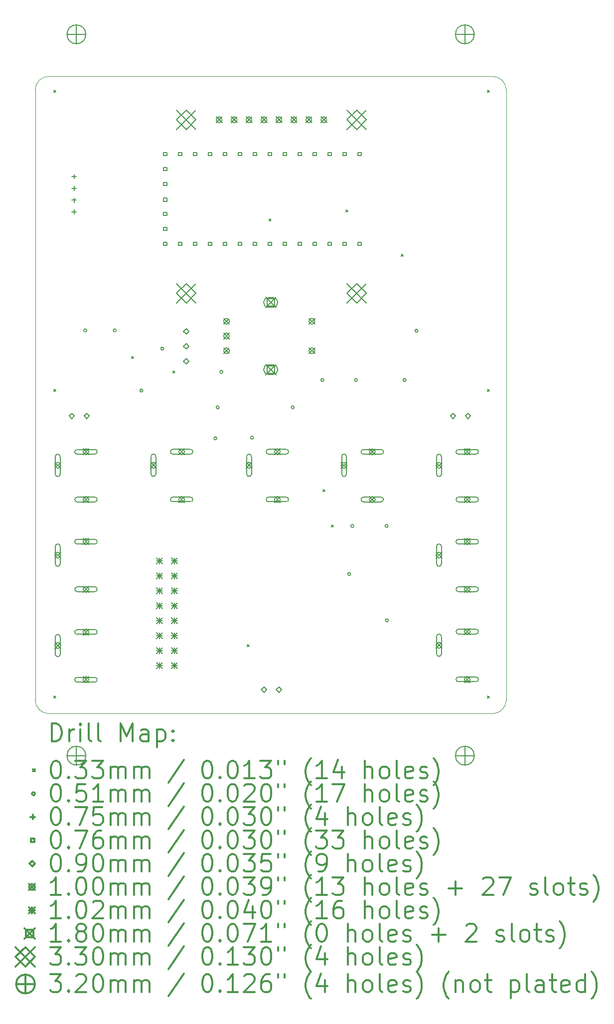
<source format=gbr>
%FSLAX45Y45*%
G04 Gerber Fmt 4.5, Leading zero omitted, Abs format (unit mm)*
G04 Created by KiCad (PCBNEW (5.0.0-rc2-dev-444-g2974a2c10)) date 06/05/19 22:24:46*
%MOMM*%
%LPD*%
G01*
G04 APERTURE LIST*
%ADD10C,0.100000*%
%ADD11C,0.200000*%
%ADD12C,0.300000*%
G04 APERTURE END LIST*
D10*
X17551800Y-14606800D02*
G75*
G02X17323200Y-14835400I-228600J0D01*
G01*
X9779400Y-14835400D02*
G75*
G02X9550800Y-14606800I0J228600D01*
G01*
X9550800Y-4243600D02*
G75*
G02X9779400Y-4015000I228600J0D01*
G01*
X17323200Y-4015000D02*
G75*
G02X17551800Y-4243600I0J-228600D01*
G01*
X9779400Y-4015000D02*
X17323200Y-4015000D01*
X9550800Y-14606800D02*
X9550800Y-4243600D01*
X17551800Y-14606800D02*
X17551800Y-4243600D01*
X9779400Y-14835400D02*
X17323200Y-14835400D01*
D11*
X9864490Y-4252490D02*
X9897510Y-4285510D01*
X9897510Y-4252490D02*
X9864490Y-4285510D01*
X9864490Y-9332490D02*
X9897510Y-9365510D01*
X9897510Y-9332490D02*
X9864490Y-9365510D01*
X9864490Y-14539490D02*
X9897510Y-14572510D01*
X9897510Y-14539490D02*
X9864490Y-14572510D01*
X11188490Y-8768490D02*
X11221510Y-8801510D01*
X11221510Y-8768490D02*
X11188490Y-8801510D01*
X11888490Y-9018490D02*
X11921510Y-9051510D01*
X11921510Y-9018490D02*
X11888490Y-9051510D01*
X13153790Y-13663190D02*
X13186810Y-13696210D01*
X13186810Y-13663190D02*
X13153790Y-13696210D01*
X13522090Y-6436890D02*
X13555110Y-6469910D01*
X13555110Y-6436890D02*
X13522090Y-6469910D01*
X14436490Y-11034290D02*
X14469510Y-11067310D01*
X14469510Y-11034290D02*
X14436490Y-11067310D01*
X14583490Y-11631190D02*
X14616510Y-11664210D01*
X14616510Y-11631190D02*
X14583490Y-11664210D01*
X14830190Y-6284490D02*
X14863210Y-6317510D01*
X14863210Y-6284490D02*
X14830190Y-6317510D01*
X15769990Y-7033790D02*
X15803010Y-7066810D01*
X15803010Y-7033790D02*
X15769990Y-7066810D01*
X17230490Y-4252490D02*
X17263510Y-4285510D01*
X17263510Y-4252490D02*
X17230490Y-4285510D01*
X17230490Y-9332490D02*
X17263510Y-9365510D01*
X17263510Y-9332490D02*
X17230490Y-9365510D01*
X17230490Y-14539490D02*
X17263510Y-14572510D01*
X17263510Y-14539490D02*
X17230490Y-14572510D01*
X10427100Y-8328300D02*
G75*
G03X10427100Y-8328300I-25400J0D01*
G01*
X10927100Y-8328300D02*
G75*
G03X10927100Y-8328300I-25400J0D01*
G01*
X11379600Y-9349000D02*
G75*
G03X11379600Y-9349000I-25400J0D01*
G01*
X11735200Y-8637800D02*
G75*
G03X11735200Y-8637800I-25400J0D01*
G01*
X12636900Y-10161800D02*
G75*
G03X12636900Y-10161800I-25400J0D01*
G01*
X12675000Y-9635800D02*
G75*
G03X12675000Y-9635800I-25400J0D01*
G01*
X12738500Y-9031500D02*
G75*
G03X12738500Y-9031500I-25400J0D01*
G01*
X13259200Y-10149100D02*
G75*
G03X13259200Y-10149100I-25400J0D01*
G01*
X13950400Y-9635000D02*
G75*
G03X13950400Y-9635000I-25400J0D01*
G01*
X14453000Y-9171200D02*
G75*
G03X14453000Y-9171200I-25400J0D01*
G01*
X14910400Y-12465000D02*
G75*
G03X14910400Y-12465000I-25400J0D01*
G01*
X14961000Y-11647700D02*
G75*
G03X14961000Y-11647700I-25400J0D01*
G01*
X15024500Y-9171200D02*
G75*
G03X15024500Y-9171200I-25400J0D01*
G01*
X15545200Y-11647700D02*
G75*
G03X15545200Y-11647700I-25400J0D01*
G01*
X15549853Y-13252553D02*
G75*
G03X15549853Y-13252553I-25400J0D01*
G01*
X15850000Y-9171200D02*
G75*
G03X15850000Y-9171200I-25400J0D01*
G01*
X16053200Y-8333000D02*
G75*
G03X16053200Y-8333000I-25400J0D01*
G01*
X10211200Y-5676200D02*
X10211200Y-5751200D01*
X10173700Y-5713700D02*
X10248700Y-5713700D01*
X10211200Y-5876200D02*
X10211200Y-5951200D01*
X10173700Y-5913700D02*
X10248700Y-5913700D01*
X10211200Y-6076200D02*
X10211200Y-6151200D01*
X10173700Y-6113700D02*
X10248700Y-6113700D01*
X10211200Y-6276200D02*
X10211200Y-6351200D01*
X10173700Y-6313700D02*
X10248700Y-6313700D01*
X11787541Y-5362741D02*
X11787541Y-5308859D01*
X11733659Y-5308859D01*
X11733659Y-5362741D01*
X11787541Y-5362741D01*
X11787541Y-5616741D02*
X11787541Y-5562859D01*
X11733659Y-5562859D01*
X11733659Y-5616741D01*
X11787541Y-5616741D01*
X11787541Y-5870741D02*
X11787541Y-5816859D01*
X11733659Y-5816859D01*
X11733659Y-5870741D01*
X11787541Y-5870741D01*
X11787541Y-6134741D02*
X11787541Y-6080859D01*
X11733659Y-6080859D01*
X11733659Y-6134741D01*
X11787541Y-6134741D01*
X11787541Y-6378741D02*
X11787541Y-6324859D01*
X11733659Y-6324859D01*
X11733659Y-6378741D01*
X11787541Y-6378741D01*
X11787541Y-6632741D02*
X11787541Y-6578859D01*
X11733659Y-6578859D01*
X11733659Y-6632741D01*
X11787541Y-6632741D01*
X11787541Y-6886741D02*
X11787541Y-6832859D01*
X11733659Y-6832859D01*
X11733659Y-6886741D01*
X11787541Y-6886741D01*
X12041541Y-5362741D02*
X12041541Y-5308859D01*
X11987659Y-5308859D01*
X11987659Y-5362741D01*
X12041541Y-5362741D01*
X12041541Y-6886741D02*
X12041541Y-6832859D01*
X11987659Y-6832859D01*
X11987659Y-6886741D01*
X12041541Y-6886741D01*
X12295541Y-5362741D02*
X12295541Y-5308859D01*
X12241659Y-5308859D01*
X12241659Y-5362741D01*
X12295541Y-5362741D01*
X12295541Y-6886741D02*
X12295541Y-6832859D01*
X12241659Y-6832859D01*
X12241659Y-6886741D01*
X12295541Y-6886741D01*
X12549541Y-5362741D02*
X12549541Y-5308859D01*
X12495659Y-5308859D01*
X12495659Y-5362741D01*
X12549541Y-5362741D01*
X12549541Y-6886741D02*
X12549541Y-6832859D01*
X12495659Y-6832859D01*
X12495659Y-6886741D01*
X12549541Y-6886741D01*
X12803541Y-5362741D02*
X12803541Y-5308859D01*
X12749659Y-5308859D01*
X12749659Y-5362741D01*
X12803541Y-5362741D01*
X12803541Y-6886741D02*
X12803541Y-6832859D01*
X12749659Y-6832859D01*
X12749659Y-6886741D01*
X12803541Y-6886741D01*
X13057541Y-5362741D02*
X13057541Y-5308859D01*
X13003659Y-5308859D01*
X13003659Y-5362741D01*
X13057541Y-5362741D01*
X13057541Y-6886741D02*
X13057541Y-6832859D01*
X13003659Y-6832859D01*
X13003659Y-6886741D01*
X13057541Y-6886741D01*
X13311541Y-5362741D02*
X13311541Y-5308859D01*
X13257659Y-5308859D01*
X13257659Y-5362741D01*
X13311541Y-5362741D01*
X13311541Y-6886741D02*
X13311541Y-6832859D01*
X13257659Y-6832859D01*
X13257659Y-6886741D01*
X13311541Y-6886741D01*
X13565541Y-5362741D02*
X13565541Y-5308859D01*
X13511659Y-5308859D01*
X13511659Y-5362741D01*
X13565541Y-5362741D01*
X13565541Y-6886741D02*
X13565541Y-6832859D01*
X13511659Y-6832859D01*
X13511659Y-6886741D01*
X13565541Y-6886741D01*
X13819541Y-5362741D02*
X13819541Y-5308859D01*
X13765659Y-5308859D01*
X13765659Y-5362741D01*
X13819541Y-5362741D01*
X13819541Y-6886741D02*
X13819541Y-6832859D01*
X13765659Y-6832859D01*
X13765659Y-6886741D01*
X13819541Y-6886741D01*
X14073541Y-5362741D02*
X14073541Y-5308859D01*
X14019659Y-5308859D01*
X14019659Y-5362741D01*
X14073541Y-5362741D01*
X14073541Y-6886741D02*
X14073541Y-6832859D01*
X14019659Y-6832859D01*
X14019659Y-6886741D01*
X14073541Y-6886741D01*
X14327541Y-5362741D02*
X14327541Y-5308859D01*
X14273659Y-5308859D01*
X14273659Y-5362741D01*
X14327541Y-5362741D01*
X14327541Y-6886741D02*
X14327541Y-6832859D01*
X14273659Y-6832859D01*
X14273659Y-6886741D01*
X14327541Y-6886741D01*
X14581541Y-5362741D02*
X14581541Y-5308859D01*
X14527659Y-5308859D01*
X14527659Y-5362741D01*
X14581541Y-5362741D01*
X14581541Y-6886741D02*
X14581541Y-6832859D01*
X14527659Y-6832859D01*
X14527659Y-6886741D01*
X14581541Y-6886741D01*
X14835541Y-5362741D02*
X14835541Y-5308859D01*
X14781659Y-5308859D01*
X14781659Y-5362741D01*
X14835541Y-5362741D01*
X14835541Y-6886741D02*
X14835541Y-6832859D01*
X14781659Y-6832859D01*
X14781659Y-6886741D01*
X14835541Y-6886741D01*
X15089541Y-5362741D02*
X15089541Y-5308859D01*
X15035659Y-5308859D01*
X15035659Y-5362741D01*
X15089541Y-5362741D01*
X15089541Y-6886741D02*
X15089541Y-6832859D01*
X15035659Y-6832859D01*
X15035659Y-6886741D01*
X15089541Y-6886741D01*
X12116200Y-8390700D02*
X12161200Y-8345700D01*
X12116200Y-8300700D01*
X12071200Y-8345700D01*
X12116200Y-8390700D01*
X12116200Y-8644700D02*
X12161200Y-8599700D01*
X12116200Y-8554700D01*
X12071200Y-8599700D01*
X12116200Y-8644700D01*
X12116200Y-8898700D02*
X12161200Y-8853700D01*
X12116200Y-8808700D01*
X12071200Y-8853700D01*
X12116200Y-8898700D01*
X13437000Y-14474000D02*
X13482000Y-14429000D01*
X13437000Y-14384000D01*
X13392000Y-14429000D01*
X13437000Y-14474000D01*
X13691000Y-14474000D02*
X13736000Y-14429000D01*
X13691000Y-14384000D01*
X13646000Y-14429000D01*
X13691000Y-14474000D01*
X10173100Y-9825800D02*
X10218100Y-9780800D01*
X10173100Y-9735800D01*
X10128100Y-9780800D01*
X10173100Y-9825800D01*
X10427100Y-9825800D02*
X10472100Y-9780800D01*
X10427100Y-9735800D01*
X10382100Y-9780800D01*
X10427100Y-9825800D01*
X16650100Y-9825800D02*
X16695100Y-9780800D01*
X16650100Y-9735800D01*
X16605100Y-9780800D01*
X16650100Y-9825800D01*
X16904100Y-9825800D02*
X16949100Y-9780800D01*
X16904100Y-9735800D01*
X16859100Y-9780800D01*
X16904100Y-9825800D01*
X16359800Y-10570000D02*
X16459800Y-10670000D01*
X16459800Y-10570000D02*
X16359800Y-10670000D01*
X16459800Y-10620000D02*
G75*
G03X16459800Y-10620000I-50000J0D01*
G01*
X16369800Y-10470000D02*
X16369800Y-10770000D01*
X16449800Y-10470000D02*
X16449800Y-10770000D01*
X16369800Y-10770000D02*
G75*
G03X16449800Y-10770000I40000J0D01*
G01*
X16449800Y-10470000D02*
G75*
G03X16369800Y-10470000I-40000J0D01*
G01*
X16839800Y-10340000D02*
X16939800Y-10440000D01*
X16939800Y-10340000D02*
X16839800Y-10440000D01*
X16939800Y-10390000D02*
G75*
G03X16939800Y-10390000I-50000J0D01*
G01*
X16739800Y-10430000D02*
X17039800Y-10430000D01*
X16739800Y-10350000D02*
X17039800Y-10350000D01*
X17039800Y-10430000D02*
G75*
G03X17039800Y-10350000I0J40000D01*
G01*
X16739800Y-10350000D02*
G75*
G03X16739800Y-10430000I0J-40000D01*
G01*
X16839800Y-11150000D02*
X16939800Y-11250000D01*
X16939800Y-11150000D02*
X16839800Y-11250000D01*
X16939800Y-11200000D02*
G75*
G03X16939800Y-11200000I-50000J0D01*
G01*
X16739800Y-11240000D02*
X17039800Y-11240000D01*
X16739800Y-11160000D02*
X17039800Y-11160000D01*
X17039800Y-11240000D02*
G75*
G03X17039800Y-11160000I0J40000D01*
G01*
X16739800Y-11160000D02*
G75*
G03X16739800Y-11240000I0J-40000D01*
G01*
X16359800Y-13625000D02*
X16459800Y-13725000D01*
X16459800Y-13625000D02*
X16359800Y-13725000D01*
X16459800Y-13675000D02*
G75*
G03X16459800Y-13675000I-50000J0D01*
G01*
X16369800Y-13525000D02*
X16369800Y-13825000D01*
X16449800Y-13525000D02*
X16449800Y-13825000D01*
X16369800Y-13825000D02*
G75*
G03X16449800Y-13825000I40000J0D01*
G01*
X16449800Y-13525000D02*
G75*
G03X16369800Y-13525000I-40000J0D01*
G01*
X16839800Y-13395000D02*
X16939800Y-13495000D01*
X16939800Y-13395000D02*
X16839800Y-13495000D01*
X16939800Y-13445000D02*
G75*
G03X16939800Y-13445000I-50000J0D01*
G01*
X16739800Y-13485000D02*
X17039800Y-13485000D01*
X16739800Y-13405000D02*
X17039800Y-13405000D01*
X17039800Y-13485000D02*
G75*
G03X17039800Y-13405000I0J40000D01*
G01*
X16739800Y-13405000D02*
G75*
G03X16739800Y-13485000I0J-40000D01*
G01*
X16839800Y-14205000D02*
X16939800Y-14305000D01*
X16939800Y-14205000D02*
X16839800Y-14305000D01*
X16939800Y-14255000D02*
G75*
G03X16939800Y-14255000I-50000J0D01*
G01*
X16739800Y-14295000D02*
X17039800Y-14295000D01*
X16739800Y-14215000D02*
X17039800Y-14215000D01*
X17039800Y-14295000D02*
G75*
G03X17039800Y-14215000I0J40000D01*
G01*
X16739800Y-14215000D02*
G75*
G03X16739800Y-14295000I0J-40000D01*
G01*
X16359800Y-12095000D02*
X16459800Y-12195000D01*
X16459800Y-12095000D02*
X16359800Y-12195000D01*
X16459800Y-12145000D02*
G75*
G03X16459800Y-12145000I-50000J0D01*
G01*
X16369800Y-11995000D02*
X16369800Y-12295000D01*
X16449800Y-11995000D02*
X16449800Y-12295000D01*
X16369800Y-12295000D02*
G75*
G03X16449800Y-12295000I40000J0D01*
G01*
X16449800Y-11995000D02*
G75*
G03X16369800Y-11995000I-40000J0D01*
G01*
X16839800Y-11865000D02*
X16939800Y-11965000D01*
X16939800Y-11865000D02*
X16839800Y-11965000D01*
X16939800Y-11915000D02*
G75*
G03X16939800Y-11915000I-50000J0D01*
G01*
X16739800Y-11955000D02*
X17039800Y-11955000D01*
X16739800Y-11875000D02*
X17039800Y-11875000D01*
X17039800Y-11955000D02*
G75*
G03X17039800Y-11875000I0J40000D01*
G01*
X16739800Y-11875000D02*
G75*
G03X16739800Y-11955000I0J-40000D01*
G01*
X16839800Y-12675000D02*
X16939800Y-12775000D01*
X16939800Y-12675000D02*
X16839800Y-12775000D01*
X16939800Y-12725000D02*
G75*
G03X16939800Y-12725000I-50000J0D01*
G01*
X16739800Y-12765000D02*
X17039800Y-12765000D01*
X16739800Y-12685000D02*
X17039800Y-12685000D01*
X17039800Y-12765000D02*
G75*
G03X17039800Y-12685000I0J40000D01*
G01*
X16739800Y-12685000D02*
G75*
G03X16739800Y-12765000I0J-40000D01*
G01*
X14746900Y-10570000D02*
X14846900Y-10670000D01*
X14846900Y-10570000D02*
X14746900Y-10670000D01*
X14846900Y-10620000D02*
G75*
G03X14846900Y-10620000I-50000J0D01*
G01*
X14756900Y-10470000D02*
X14756900Y-10770000D01*
X14836900Y-10470000D02*
X14836900Y-10770000D01*
X14756900Y-10770000D02*
G75*
G03X14836900Y-10770000I40000J0D01*
G01*
X14836900Y-10470000D02*
G75*
G03X14756900Y-10470000I-40000J0D01*
G01*
X15226900Y-10340000D02*
X15326900Y-10440000D01*
X15326900Y-10340000D02*
X15226900Y-10440000D01*
X15326900Y-10390000D02*
G75*
G03X15326900Y-10390000I-50000J0D01*
G01*
X15126900Y-10430000D02*
X15426900Y-10430000D01*
X15126900Y-10350000D02*
X15426900Y-10350000D01*
X15426900Y-10430000D02*
G75*
G03X15426900Y-10350000I0J40000D01*
G01*
X15126900Y-10350000D02*
G75*
G03X15126900Y-10430000I0J-40000D01*
G01*
X15226900Y-11150000D02*
X15326900Y-11250000D01*
X15326900Y-11150000D02*
X15226900Y-11250000D01*
X15326900Y-11200000D02*
G75*
G03X15326900Y-11200000I-50000J0D01*
G01*
X15126900Y-11240000D02*
X15426900Y-11240000D01*
X15126900Y-11160000D02*
X15426900Y-11160000D01*
X15426900Y-11240000D02*
G75*
G03X15426900Y-11160000I0J40000D01*
G01*
X15126900Y-11160000D02*
G75*
G03X15126900Y-11240000I0J-40000D01*
G01*
X13134000Y-10568700D02*
X13234000Y-10668700D01*
X13234000Y-10568700D02*
X13134000Y-10668700D01*
X13234000Y-10618700D02*
G75*
G03X13234000Y-10618700I-50000J0D01*
G01*
X13144000Y-10468700D02*
X13144000Y-10768700D01*
X13224000Y-10468700D02*
X13224000Y-10768700D01*
X13144000Y-10768700D02*
G75*
G03X13224000Y-10768700I40000J0D01*
G01*
X13224000Y-10468700D02*
G75*
G03X13144000Y-10468700I-40000J0D01*
G01*
X13614000Y-10338700D02*
X13714000Y-10438700D01*
X13714000Y-10338700D02*
X13614000Y-10438700D01*
X13714000Y-10388700D02*
G75*
G03X13714000Y-10388700I-50000J0D01*
G01*
X13514000Y-10428700D02*
X13814000Y-10428700D01*
X13514000Y-10348700D02*
X13814000Y-10348700D01*
X13814000Y-10428700D02*
G75*
G03X13814000Y-10348700I0J40000D01*
G01*
X13514000Y-10348700D02*
G75*
G03X13514000Y-10428700I0J-40000D01*
G01*
X13614000Y-11148700D02*
X13714000Y-11248700D01*
X13714000Y-11148700D02*
X13614000Y-11248700D01*
X13714000Y-11198700D02*
G75*
G03X13714000Y-11198700I-50000J0D01*
G01*
X13514000Y-11238700D02*
X13814000Y-11238700D01*
X13514000Y-11158700D02*
X13814000Y-11158700D01*
X13814000Y-11238700D02*
G75*
G03X13814000Y-11158700I0J40000D01*
G01*
X13514000Y-11158700D02*
G75*
G03X13514000Y-11238700I0J-40000D01*
G01*
X12625000Y-4701600D02*
X12725000Y-4801600D01*
X12725000Y-4701600D02*
X12625000Y-4801600D01*
X12725000Y-4751600D02*
G75*
G03X12725000Y-4751600I-50000J0D01*
G01*
X12879000Y-4701600D02*
X12979000Y-4801600D01*
X12979000Y-4701600D02*
X12879000Y-4801600D01*
X12979000Y-4751600D02*
G75*
G03X12979000Y-4751600I-50000J0D01*
G01*
X13133000Y-4701600D02*
X13233000Y-4801600D01*
X13233000Y-4701600D02*
X13133000Y-4801600D01*
X13233000Y-4751600D02*
G75*
G03X13233000Y-4751600I-50000J0D01*
G01*
X13387000Y-4701600D02*
X13487000Y-4801600D01*
X13487000Y-4701600D02*
X13387000Y-4801600D01*
X13487000Y-4751600D02*
G75*
G03X13487000Y-4751600I-50000J0D01*
G01*
X13641000Y-4701600D02*
X13741000Y-4801600D01*
X13741000Y-4701600D02*
X13641000Y-4801600D01*
X13741000Y-4751600D02*
G75*
G03X13741000Y-4751600I-50000J0D01*
G01*
X13895000Y-4701600D02*
X13995000Y-4801600D01*
X13995000Y-4701600D02*
X13895000Y-4801600D01*
X13995000Y-4751600D02*
G75*
G03X13995000Y-4751600I-50000J0D01*
G01*
X14149000Y-4701600D02*
X14249000Y-4801600D01*
X14249000Y-4701600D02*
X14149000Y-4801600D01*
X14249000Y-4751600D02*
G75*
G03X14249000Y-4751600I-50000J0D01*
G01*
X14403000Y-4701600D02*
X14503000Y-4801600D01*
X14503000Y-4701600D02*
X14403000Y-4801600D01*
X14503000Y-4751600D02*
G75*
G03X14503000Y-4751600I-50000J0D01*
G01*
X9882800Y-10570000D02*
X9982800Y-10670000D01*
X9982800Y-10570000D02*
X9882800Y-10670000D01*
X9982800Y-10620000D02*
G75*
G03X9982800Y-10620000I-50000J0D01*
G01*
X9892800Y-10470000D02*
X9892800Y-10770000D01*
X9972800Y-10470000D02*
X9972800Y-10770000D01*
X9892800Y-10770000D02*
G75*
G03X9972800Y-10770000I40000J0D01*
G01*
X9972800Y-10470000D02*
G75*
G03X9892800Y-10470000I-40000J0D01*
G01*
X10362800Y-10340000D02*
X10462800Y-10440000D01*
X10462800Y-10340000D02*
X10362800Y-10440000D01*
X10462800Y-10390000D02*
G75*
G03X10462800Y-10390000I-50000J0D01*
G01*
X10262800Y-10430000D02*
X10562800Y-10430000D01*
X10262800Y-10350000D02*
X10562800Y-10350000D01*
X10562800Y-10430000D02*
G75*
G03X10562800Y-10350000I0J40000D01*
G01*
X10262800Y-10350000D02*
G75*
G03X10262800Y-10430000I0J-40000D01*
G01*
X10362800Y-11150000D02*
X10462800Y-11250000D01*
X10462800Y-11150000D02*
X10362800Y-11250000D01*
X10462800Y-11200000D02*
G75*
G03X10462800Y-11200000I-50000J0D01*
G01*
X10262800Y-11240000D02*
X10562800Y-11240000D01*
X10262800Y-11160000D02*
X10562800Y-11160000D01*
X10562800Y-11240000D02*
G75*
G03X10562800Y-11160000I0J40000D01*
G01*
X10262800Y-11160000D02*
G75*
G03X10262800Y-11240000I0J-40000D01*
G01*
X11508400Y-10568700D02*
X11608400Y-10668700D01*
X11608400Y-10568700D02*
X11508400Y-10668700D01*
X11608400Y-10618700D02*
G75*
G03X11608400Y-10618700I-50000J0D01*
G01*
X11518400Y-10468700D02*
X11518400Y-10768700D01*
X11598400Y-10468700D02*
X11598400Y-10768700D01*
X11518400Y-10768700D02*
G75*
G03X11598400Y-10768700I40000J0D01*
G01*
X11598400Y-10468700D02*
G75*
G03X11518400Y-10468700I-40000J0D01*
G01*
X11988400Y-10338700D02*
X12088400Y-10438700D01*
X12088400Y-10338700D02*
X11988400Y-10438700D01*
X12088400Y-10388700D02*
G75*
G03X12088400Y-10388700I-50000J0D01*
G01*
X11888400Y-10428700D02*
X12188400Y-10428700D01*
X11888400Y-10348700D02*
X12188400Y-10348700D01*
X12188400Y-10428700D02*
G75*
G03X12188400Y-10348700I0J40000D01*
G01*
X11888400Y-10348700D02*
G75*
G03X11888400Y-10428700I0J-40000D01*
G01*
X11988400Y-11148700D02*
X12088400Y-11248700D01*
X12088400Y-11148700D02*
X11988400Y-11248700D01*
X12088400Y-11198700D02*
G75*
G03X12088400Y-11198700I-50000J0D01*
G01*
X11888400Y-11238700D02*
X12188400Y-11238700D01*
X11888400Y-11158700D02*
X12188400Y-11158700D01*
X12188400Y-11238700D02*
G75*
G03X12188400Y-11158700I0J40000D01*
G01*
X11888400Y-11158700D02*
G75*
G03X11888400Y-11238700I0J-40000D01*
G01*
X12751300Y-8123400D02*
X12851300Y-8223400D01*
X12851300Y-8123400D02*
X12751300Y-8223400D01*
X12851300Y-8173400D02*
G75*
G03X12851300Y-8173400I-50000J0D01*
G01*
X12751300Y-8373400D02*
X12851300Y-8473400D01*
X12851300Y-8373400D02*
X12751300Y-8473400D01*
X12851300Y-8423400D02*
G75*
G03X12851300Y-8423400I-50000J0D01*
G01*
X12751300Y-8623400D02*
X12851300Y-8723400D01*
X12851300Y-8623400D02*
X12751300Y-8723400D01*
X12851300Y-8673400D02*
G75*
G03X12851300Y-8673400I-50000J0D01*
G01*
X14201300Y-8123400D02*
X14301300Y-8223400D01*
X14301300Y-8123400D02*
X14201300Y-8223400D01*
X14301300Y-8173400D02*
G75*
G03X14301300Y-8173400I-50000J0D01*
G01*
X14201300Y-8623400D02*
X14301300Y-8723400D01*
X14301300Y-8623400D02*
X14201300Y-8723400D01*
X14301300Y-8673400D02*
G75*
G03X14301300Y-8673400I-50000J0D01*
G01*
X9882800Y-12095000D02*
X9982800Y-12195000D01*
X9982800Y-12095000D02*
X9882800Y-12195000D01*
X9982800Y-12145000D02*
G75*
G03X9982800Y-12145000I-50000J0D01*
G01*
X9892800Y-11995000D02*
X9892800Y-12295000D01*
X9972800Y-11995000D02*
X9972800Y-12295000D01*
X9892800Y-12295000D02*
G75*
G03X9972800Y-12295000I40000J0D01*
G01*
X9972800Y-11995000D02*
G75*
G03X9892800Y-11995000I-40000J0D01*
G01*
X10362800Y-11865000D02*
X10462800Y-11965000D01*
X10462800Y-11865000D02*
X10362800Y-11965000D01*
X10462800Y-11915000D02*
G75*
G03X10462800Y-11915000I-50000J0D01*
G01*
X10262800Y-11955000D02*
X10562800Y-11955000D01*
X10262800Y-11875000D02*
X10562800Y-11875000D01*
X10562800Y-11955000D02*
G75*
G03X10562800Y-11875000I0J40000D01*
G01*
X10262800Y-11875000D02*
G75*
G03X10262800Y-11955000I0J-40000D01*
G01*
X10362800Y-12675000D02*
X10462800Y-12775000D01*
X10462800Y-12675000D02*
X10362800Y-12775000D01*
X10462800Y-12725000D02*
G75*
G03X10462800Y-12725000I-50000J0D01*
G01*
X10262800Y-12765000D02*
X10562800Y-12765000D01*
X10262800Y-12685000D02*
X10562800Y-12685000D01*
X10562800Y-12765000D02*
G75*
G03X10562800Y-12685000I0J40000D01*
G01*
X10262800Y-12685000D02*
G75*
G03X10262800Y-12765000I0J-40000D01*
G01*
X9882800Y-13630200D02*
X9982800Y-13730200D01*
X9982800Y-13630200D02*
X9882800Y-13730200D01*
X9982800Y-13680200D02*
G75*
G03X9982800Y-13680200I-50000J0D01*
G01*
X9892800Y-13530200D02*
X9892800Y-13830200D01*
X9972800Y-13530200D02*
X9972800Y-13830200D01*
X9892800Y-13830200D02*
G75*
G03X9972800Y-13830200I40000J0D01*
G01*
X9972800Y-13530200D02*
G75*
G03X9892800Y-13530200I-40000J0D01*
G01*
X10362800Y-13400200D02*
X10462800Y-13500200D01*
X10462800Y-13400200D02*
X10362800Y-13500200D01*
X10462800Y-13450200D02*
G75*
G03X10462800Y-13450200I-50000J0D01*
G01*
X10262800Y-13490200D02*
X10562800Y-13490200D01*
X10262800Y-13410200D02*
X10562800Y-13410200D01*
X10562800Y-13490200D02*
G75*
G03X10562800Y-13410200I0J40000D01*
G01*
X10262800Y-13410200D02*
G75*
G03X10262800Y-13490200I0J-40000D01*
G01*
X10362800Y-14210200D02*
X10462800Y-14310200D01*
X10462800Y-14210200D02*
X10362800Y-14310200D01*
X10462800Y-14260200D02*
G75*
G03X10462800Y-14260200I-50000J0D01*
G01*
X10262800Y-14300200D02*
X10562800Y-14300200D01*
X10262800Y-14220200D02*
X10562800Y-14220200D01*
X10562800Y-14300200D02*
G75*
G03X10562800Y-14220200I0J40000D01*
G01*
X10262800Y-14220200D02*
G75*
G03X10262800Y-14300200I0J-40000D01*
G01*
X11608200Y-12193800D02*
X11709800Y-12295400D01*
X11709800Y-12193800D02*
X11608200Y-12295400D01*
X11659000Y-12193800D02*
X11659000Y-12295400D01*
X11608200Y-12244600D02*
X11709800Y-12244600D01*
X11608200Y-12447800D02*
X11709800Y-12549400D01*
X11709800Y-12447800D02*
X11608200Y-12549400D01*
X11659000Y-12447800D02*
X11659000Y-12549400D01*
X11608200Y-12498600D02*
X11709800Y-12498600D01*
X11608200Y-12701800D02*
X11709800Y-12803400D01*
X11709800Y-12701800D02*
X11608200Y-12803400D01*
X11659000Y-12701800D02*
X11659000Y-12803400D01*
X11608200Y-12752600D02*
X11709800Y-12752600D01*
X11608200Y-12955800D02*
X11709800Y-13057400D01*
X11709800Y-12955800D02*
X11608200Y-13057400D01*
X11659000Y-12955800D02*
X11659000Y-13057400D01*
X11608200Y-13006600D02*
X11709800Y-13006600D01*
X11608200Y-13209800D02*
X11709800Y-13311400D01*
X11709800Y-13209800D02*
X11608200Y-13311400D01*
X11659000Y-13209800D02*
X11659000Y-13311400D01*
X11608200Y-13260600D02*
X11709800Y-13260600D01*
X11608200Y-13463800D02*
X11709800Y-13565400D01*
X11709800Y-13463800D02*
X11608200Y-13565400D01*
X11659000Y-13463800D02*
X11659000Y-13565400D01*
X11608200Y-13514600D02*
X11709800Y-13514600D01*
X11608200Y-13717800D02*
X11709800Y-13819400D01*
X11709800Y-13717800D02*
X11608200Y-13819400D01*
X11659000Y-13717800D02*
X11659000Y-13819400D01*
X11608200Y-13768600D02*
X11709800Y-13768600D01*
X11608200Y-13971800D02*
X11709800Y-14073400D01*
X11709800Y-13971800D02*
X11608200Y-14073400D01*
X11659000Y-13971800D02*
X11659000Y-14073400D01*
X11608200Y-14022600D02*
X11709800Y-14022600D01*
X11862200Y-12193800D02*
X11963800Y-12295400D01*
X11963800Y-12193800D02*
X11862200Y-12295400D01*
X11913000Y-12193800D02*
X11913000Y-12295400D01*
X11862200Y-12244600D02*
X11963800Y-12244600D01*
X11862200Y-12447800D02*
X11963800Y-12549400D01*
X11963800Y-12447800D02*
X11862200Y-12549400D01*
X11913000Y-12447800D02*
X11913000Y-12549400D01*
X11862200Y-12498600D02*
X11963800Y-12498600D01*
X11862200Y-12701800D02*
X11963800Y-12803400D01*
X11963800Y-12701800D02*
X11862200Y-12803400D01*
X11913000Y-12701800D02*
X11913000Y-12803400D01*
X11862200Y-12752600D02*
X11963800Y-12752600D01*
X11862200Y-12955800D02*
X11963800Y-13057400D01*
X11963800Y-12955800D02*
X11862200Y-13057400D01*
X11913000Y-12955800D02*
X11913000Y-13057400D01*
X11862200Y-13006600D02*
X11963800Y-13006600D01*
X11862200Y-13209800D02*
X11963800Y-13311400D01*
X11963800Y-13209800D02*
X11862200Y-13311400D01*
X11913000Y-13209800D02*
X11913000Y-13311400D01*
X11862200Y-13260600D02*
X11963800Y-13260600D01*
X11862200Y-13463800D02*
X11963800Y-13565400D01*
X11963800Y-13463800D02*
X11862200Y-13565400D01*
X11913000Y-13463800D02*
X11913000Y-13565400D01*
X11862200Y-13514600D02*
X11963800Y-13514600D01*
X11862200Y-13717800D02*
X11963800Y-13819400D01*
X11963800Y-13717800D02*
X11862200Y-13819400D01*
X11913000Y-13717800D02*
X11913000Y-13819400D01*
X11862200Y-13768600D02*
X11963800Y-13768600D01*
X11862200Y-13971800D02*
X11963800Y-14073400D01*
X11963800Y-13971800D02*
X11862200Y-14073400D01*
X11913000Y-13971800D02*
X11913000Y-14073400D01*
X11862200Y-14022600D02*
X11963800Y-14022600D01*
X13461300Y-7763400D02*
X13641300Y-7943400D01*
X13641300Y-7763400D02*
X13461300Y-7943400D01*
X13614940Y-7917040D02*
X13614940Y-7789760D01*
X13487660Y-7789760D01*
X13487660Y-7917040D01*
X13614940Y-7917040D01*
X13511300Y-7933400D02*
X13591300Y-7933400D01*
X13511300Y-7773400D02*
X13591300Y-7773400D01*
X13591300Y-7933400D02*
G75*
G03X13591300Y-7773400I0J80000D01*
G01*
X13511300Y-7773400D02*
G75*
G03X13511300Y-7933400I0J-80000D01*
G01*
X13461300Y-8903400D02*
X13641300Y-9083400D01*
X13641300Y-8903400D02*
X13461300Y-9083400D01*
X13614940Y-9057040D02*
X13614940Y-8929760D01*
X13487660Y-8929760D01*
X13487660Y-9057040D01*
X13614940Y-9057040D01*
X13511300Y-9073400D02*
X13591300Y-9073400D01*
X13511300Y-8913400D02*
X13591300Y-8913400D01*
X13591300Y-9073400D02*
G75*
G03X13591300Y-8913400I0J80000D01*
G01*
X13511300Y-8913400D02*
G75*
G03X13511300Y-9073400I0J-80000D01*
G01*
X11951200Y-4586600D02*
X12281200Y-4916600D01*
X12281200Y-4586600D02*
X11951200Y-4916600D01*
X12116200Y-4916600D02*
X12281200Y-4751600D01*
X12116200Y-4586600D01*
X11951200Y-4751600D01*
X12116200Y-4916600D01*
X11951200Y-7533000D02*
X12281200Y-7863000D01*
X12281200Y-7533000D02*
X11951200Y-7863000D01*
X12116200Y-7863000D02*
X12281200Y-7698000D01*
X12116200Y-7533000D01*
X11951200Y-7698000D01*
X12116200Y-7863000D01*
X14846800Y-4586600D02*
X15176800Y-4916600D01*
X15176800Y-4586600D02*
X14846800Y-4916600D01*
X15011800Y-4916600D02*
X15176800Y-4751600D01*
X15011800Y-4586600D01*
X14846800Y-4751600D01*
X15011800Y-4916600D01*
X14846800Y-7533000D02*
X15176800Y-7863000D01*
X15176800Y-7533000D02*
X14846800Y-7863000D01*
X15011800Y-7863000D02*
X15176800Y-7698000D01*
X15011800Y-7533000D01*
X14846800Y-7698000D01*
X15011800Y-7863000D01*
X10250000Y-3140000D02*
X10250000Y-3460000D01*
X10090000Y-3300000D02*
X10410000Y-3300000D01*
X10410000Y-3300000D02*
G75*
G03X10410000Y-3300000I-160000J0D01*
G01*
X16850000Y-3140000D02*
X16850000Y-3460000D01*
X16690000Y-3300000D02*
X17010000Y-3300000D01*
X17010000Y-3300000D02*
G75*
G03X17010000Y-3300000I-160000J0D01*
G01*
X16850000Y-15390000D02*
X16850000Y-15710000D01*
X16690000Y-15550000D02*
X17010000Y-15550000D01*
X17010000Y-15550000D02*
G75*
G03X17010000Y-15550000I-160000J0D01*
G01*
X10250000Y-15390000D02*
X10250000Y-15710000D01*
X10090000Y-15550000D02*
X10410000Y-15550000D01*
X10410000Y-15550000D02*
G75*
G03X10410000Y-15550000I-160000J0D01*
G01*
D12*
X9832228Y-15306114D02*
X9832228Y-15006114D01*
X9903657Y-15006114D01*
X9946514Y-15020400D01*
X9975086Y-15048971D01*
X9989371Y-15077543D01*
X10003657Y-15134686D01*
X10003657Y-15177543D01*
X9989371Y-15234686D01*
X9975086Y-15263257D01*
X9946514Y-15291829D01*
X9903657Y-15306114D01*
X9832228Y-15306114D01*
X10132228Y-15306114D02*
X10132228Y-15106114D01*
X10132228Y-15163257D02*
X10146514Y-15134686D01*
X10160800Y-15120400D01*
X10189371Y-15106114D01*
X10217943Y-15106114D01*
X10317943Y-15306114D02*
X10317943Y-15106114D01*
X10317943Y-15006114D02*
X10303657Y-15020400D01*
X10317943Y-15034686D01*
X10332228Y-15020400D01*
X10317943Y-15006114D01*
X10317943Y-15034686D01*
X10503657Y-15306114D02*
X10475086Y-15291829D01*
X10460800Y-15263257D01*
X10460800Y-15006114D01*
X10660800Y-15306114D02*
X10632228Y-15291829D01*
X10617943Y-15263257D01*
X10617943Y-15006114D01*
X11003657Y-15306114D02*
X11003657Y-15006114D01*
X11103657Y-15220400D01*
X11203657Y-15006114D01*
X11203657Y-15306114D01*
X11475086Y-15306114D02*
X11475086Y-15148971D01*
X11460800Y-15120400D01*
X11432228Y-15106114D01*
X11375086Y-15106114D01*
X11346514Y-15120400D01*
X11475086Y-15291829D02*
X11446514Y-15306114D01*
X11375086Y-15306114D01*
X11346514Y-15291829D01*
X11332228Y-15263257D01*
X11332228Y-15234686D01*
X11346514Y-15206114D01*
X11375086Y-15191829D01*
X11446514Y-15191829D01*
X11475086Y-15177543D01*
X11617943Y-15106114D02*
X11617943Y-15406114D01*
X11617943Y-15120400D02*
X11646514Y-15106114D01*
X11703657Y-15106114D01*
X11732228Y-15120400D01*
X11746514Y-15134686D01*
X11760800Y-15163257D01*
X11760800Y-15248971D01*
X11746514Y-15277543D01*
X11732228Y-15291829D01*
X11703657Y-15306114D01*
X11646514Y-15306114D01*
X11617943Y-15291829D01*
X11889371Y-15277543D02*
X11903657Y-15291829D01*
X11889371Y-15306114D01*
X11875086Y-15291829D01*
X11889371Y-15277543D01*
X11889371Y-15306114D01*
X11889371Y-15120400D02*
X11903657Y-15134686D01*
X11889371Y-15148971D01*
X11875086Y-15134686D01*
X11889371Y-15120400D01*
X11889371Y-15148971D01*
X9512780Y-15783890D02*
X9545800Y-15816910D01*
X9545800Y-15783890D02*
X9512780Y-15816910D01*
X9889371Y-15636114D02*
X9917943Y-15636114D01*
X9946514Y-15650400D01*
X9960800Y-15664686D01*
X9975086Y-15693257D01*
X9989371Y-15750400D01*
X9989371Y-15821829D01*
X9975086Y-15878971D01*
X9960800Y-15907543D01*
X9946514Y-15921829D01*
X9917943Y-15936114D01*
X9889371Y-15936114D01*
X9860800Y-15921829D01*
X9846514Y-15907543D01*
X9832228Y-15878971D01*
X9817943Y-15821829D01*
X9817943Y-15750400D01*
X9832228Y-15693257D01*
X9846514Y-15664686D01*
X9860800Y-15650400D01*
X9889371Y-15636114D01*
X10117943Y-15907543D02*
X10132228Y-15921829D01*
X10117943Y-15936114D01*
X10103657Y-15921829D01*
X10117943Y-15907543D01*
X10117943Y-15936114D01*
X10232228Y-15636114D02*
X10417943Y-15636114D01*
X10317943Y-15750400D01*
X10360800Y-15750400D01*
X10389371Y-15764686D01*
X10403657Y-15778971D01*
X10417943Y-15807543D01*
X10417943Y-15878971D01*
X10403657Y-15907543D01*
X10389371Y-15921829D01*
X10360800Y-15936114D01*
X10275086Y-15936114D01*
X10246514Y-15921829D01*
X10232228Y-15907543D01*
X10517943Y-15636114D02*
X10703657Y-15636114D01*
X10603657Y-15750400D01*
X10646514Y-15750400D01*
X10675086Y-15764686D01*
X10689371Y-15778971D01*
X10703657Y-15807543D01*
X10703657Y-15878971D01*
X10689371Y-15907543D01*
X10675086Y-15921829D01*
X10646514Y-15936114D01*
X10560800Y-15936114D01*
X10532228Y-15921829D01*
X10517943Y-15907543D01*
X10832228Y-15936114D02*
X10832228Y-15736114D01*
X10832228Y-15764686D02*
X10846514Y-15750400D01*
X10875086Y-15736114D01*
X10917943Y-15736114D01*
X10946514Y-15750400D01*
X10960800Y-15778971D01*
X10960800Y-15936114D01*
X10960800Y-15778971D02*
X10975086Y-15750400D01*
X11003657Y-15736114D01*
X11046514Y-15736114D01*
X11075086Y-15750400D01*
X11089371Y-15778971D01*
X11089371Y-15936114D01*
X11232228Y-15936114D02*
X11232228Y-15736114D01*
X11232228Y-15764686D02*
X11246514Y-15750400D01*
X11275086Y-15736114D01*
X11317943Y-15736114D01*
X11346514Y-15750400D01*
X11360800Y-15778971D01*
X11360800Y-15936114D01*
X11360800Y-15778971D02*
X11375086Y-15750400D01*
X11403657Y-15736114D01*
X11446514Y-15736114D01*
X11475086Y-15750400D01*
X11489371Y-15778971D01*
X11489371Y-15936114D01*
X12075086Y-15621829D02*
X11817943Y-16007543D01*
X12460800Y-15636114D02*
X12489371Y-15636114D01*
X12517943Y-15650400D01*
X12532228Y-15664686D01*
X12546514Y-15693257D01*
X12560800Y-15750400D01*
X12560800Y-15821829D01*
X12546514Y-15878971D01*
X12532228Y-15907543D01*
X12517943Y-15921829D01*
X12489371Y-15936114D01*
X12460800Y-15936114D01*
X12432228Y-15921829D01*
X12417943Y-15907543D01*
X12403657Y-15878971D01*
X12389371Y-15821829D01*
X12389371Y-15750400D01*
X12403657Y-15693257D01*
X12417943Y-15664686D01*
X12432228Y-15650400D01*
X12460800Y-15636114D01*
X12689371Y-15907543D02*
X12703657Y-15921829D01*
X12689371Y-15936114D01*
X12675086Y-15921829D01*
X12689371Y-15907543D01*
X12689371Y-15936114D01*
X12889371Y-15636114D02*
X12917943Y-15636114D01*
X12946514Y-15650400D01*
X12960800Y-15664686D01*
X12975086Y-15693257D01*
X12989371Y-15750400D01*
X12989371Y-15821829D01*
X12975086Y-15878971D01*
X12960800Y-15907543D01*
X12946514Y-15921829D01*
X12917943Y-15936114D01*
X12889371Y-15936114D01*
X12860800Y-15921829D01*
X12846514Y-15907543D01*
X12832228Y-15878971D01*
X12817943Y-15821829D01*
X12817943Y-15750400D01*
X12832228Y-15693257D01*
X12846514Y-15664686D01*
X12860800Y-15650400D01*
X12889371Y-15636114D01*
X13275086Y-15936114D02*
X13103657Y-15936114D01*
X13189371Y-15936114D02*
X13189371Y-15636114D01*
X13160800Y-15678971D01*
X13132228Y-15707543D01*
X13103657Y-15721829D01*
X13375086Y-15636114D02*
X13560800Y-15636114D01*
X13460800Y-15750400D01*
X13503657Y-15750400D01*
X13532228Y-15764686D01*
X13546514Y-15778971D01*
X13560800Y-15807543D01*
X13560800Y-15878971D01*
X13546514Y-15907543D01*
X13532228Y-15921829D01*
X13503657Y-15936114D01*
X13417943Y-15936114D01*
X13389371Y-15921829D01*
X13375086Y-15907543D01*
X13675086Y-15636114D02*
X13675086Y-15693257D01*
X13789371Y-15636114D02*
X13789371Y-15693257D01*
X14232228Y-16050400D02*
X14217943Y-16036114D01*
X14189371Y-15993257D01*
X14175086Y-15964686D01*
X14160800Y-15921829D01*
X14146514Y-15850400D01*
X14146514Y-15793257D01*
X14160800Y-15721829D01*
X14175086Y-15678971D01*
X14189371Y-15650400D01*
X14217943Y-15607543D01*
X14232228Y-15593257D01*
X14503657Y-15936114D02*
X14332228Y-15936114D01*
X14417943Y-15936114D02*
X14417943Y-15636114D01*
X14389371Y-15678971D01*
X14360800Y-15707543D01*
X14332228Y-15721829D01*
X14760800Y-15736114D02*
X14760800Y-15936114D01*
X14689371Y-15621829D02*
X14617943Y-15836114D01*
X14803657Y-15836114D01*
X15146514Y-15936114D02*
X15146514Y-15636114D01*
X15275086Y-15936114D02*
X15275086Y-15778971D01*
X15260800Y-15750400D01*
X15232228Y-15736114D01*
X15189371Y-15736114D01*
X15160800Y-15750400D01*
X15146514Y-15764686D01*
X15460800Y-15936114D02*
X15432228Y-15921829D01*
X15417943Y-15907543D01*
X15403657Y-15878971D01*
X15403657Y-15793257D01*
X15417943Y-15764686D01*
X15432228Y-15750400D01*
X15460800Y-15736114D01*
X15503657Y-15736114D01*
X15532228Y-15750400D01*
X15546514Y-15764686D01*
X15560800Y-15793257D01*
X15560800Y-15878971D01*
X15546514Y-15907543D01*
X15532228Y-15921829D01*
X15503657Y-15936114D01*
X15460800Y-15936114D01*
X15732228Y-15936114D02*
X15703657Y-15921829D01*
X15689371Y-15893257D01*
X15689371Y-15636114D01*
X15960800Y-15921829D02*
X15932228Y-15936114D01*
X15875086Y-15936114D01*
X15846514Y-15921829D01*
X15832228Y-15893257D01*
X15832228Y-15778971D01*
X15846514Y-15750400D01*
X15875086Y-15736114D01*
X15932228Y-15736114D01*
X15960800Y-15750400D01*
X15975086Y-15778971D01*
X15975086Y-15807543D01*
X15832228Y-15836114D01*
X16089371Y-15921829D02*
X16117943Y-15936114D01*
X16175086Y-15936114D01*
X16203657Y-15921829D01*
X16217943Y-15893257D01*
X16217943Y-15878971D01*
X16203657Y-15850400D01*
X16175086Y-15836114D01*
X16132228Y-15836114D01*
X16103657Y-15821829D01*
X16089371Y-15793257D01*
X16089371Y-15778971D01*
X16103657Y-15750400D01*
X16132228Y-15736114D01*
X16175086Y-15736114D01*
X16203657Y-15750400D01*
X16317943Y-16050400D02*
X16332228Y-16036114D01*
X16360800Y-15993257D01*
X16375086Y-15964686D01*
X16389371Y-15921829D01*
X16403657Y-15850400D01*
X16403657Y-15793257D01*
X16389371Y-15721829D01*
X16375086Y-15678971D01*
X16360800Y-15650400D01*
X16332228Y-15607543D01*
X16317943Y-15593257D01*
X9545800Y-16196400D02*
G75*
G03X9545800Y-16196400I-25400J0D01*
G01*
X9889371Y-16032114D02*
X9917943Y-16032114D01*
X9946514Y-16046400D01*
X9960800Y-16060686D01*
X9975086Y-16089257D01*
X9989371Y-16146400D01*
X9989371Y-16217829D01*
X9975086Y-16274971D01*
X9960800Y-16303543D01*
X9946514Y-16317829D01*
X9917943Y-16332114D01*
X9889371Y-16332114D01*
X9860800Y-16317829D01*
X9846514Y-16303543D01*
X9832228Y-16274971D01*
X9817943Y-16217829D01*
X9817943Y-16146400D01*
X9832228Y-16089257D01*
X9846514Y-16060686D01*
X9860800Y-16046400D01*
X9889371Y-16032114D01*
X10117943Y-16303543D02*
X10132228Y-16317829D01*
X10117943Y-16332114D01*
X10103657Y-16317829D01*
X10117943Y-16303543D01*
X10117943Y-16332114D01*
X10403657Y-16032114D02*
X10260800Y-16032114D01*
X10246514Y-16174971D01*
X10260800Y-16160686D01*
X10289371Y-16146400D01*
X10360800Y-16146400D01*
X10389371Y-16160686D01*
X10403657Y-16174971D01*
X10417943Y-16203543D01*
X10417943Y-16274971D01*
X10403657Y-16303543D01*
X10389371Y-16317829D01*
X10360800Y-16332114D01*
X10289371Y-16332114D01*
X10260800Y-16317829D01*
X10246514Y-16303543D01*
X10703657Y-16332114D02*
X10532228Y-16332114D01*
X10617943Y-16332114D02*
X10617943Y-16032114D01*
X10589371Y-16074971D01*
X10560800Y-16103543D01*
X10532228Y-16117829D01*
X10832228Y-16332114D02*
X10832228Y-16132114D01*
X10832228Y-16160686D02*
X10846514Y-16146400D01*
X10875086Y-16132114D01*
X10917943Y-16132114D01*
X10946514Y-16146400D01*
X10960800Y-16174971D01*
X10960800Y-16332114D01*
X10960800Y-16174971D02*
X10975086Y-16146400D01*
X11003657Y-16132114D01*
X11046514Y-16132114D01*
X11075086Y-16146400D01*
X11089371Y-16174971D01*
X11089371Y-16332114D01*
X11232228Y-16332114D02*
X11232228Y-16132114D01*
X11232228Y-16160686D02*
X11246514Y-16146400D01*
X11275086Y-16132114D01*
X11317943Y-16132114D01*
X11346514Y-16146400D01*
X11360800Y-16174971D01*
X11360800Y-16332114D01*
X11360800Y-16174971D02*
X11375086Y-16146400D01*
X11403657Y-16132114D01*
X11446514Y-16132114D01*
X11475086Y-16146400D01*
X11489371Y-16174971D01*
X11489371Y-16332114D01*
X12075086Y-16017829D02*
X11817943Y-16403543D01*
X12460800Y-16032114D02*
X12489371Y-16032114D01*
X12517943Y-16046400D01*
X12532228Y-16060686D01*
X12546514Y-16089257D01*
X12560800Y-16146400D01*
X12560800Y-16217829D01*
X12546514Y-16274971D01*
X12532228Y-16303543D01*
X12517943Y-16317829D01*
X12489371Y-16332114D01*
X12460800Y-16332114D01*
X12432228Y-16317829D01*
X12417943Y-16303543D01*
X12403657Y-16274971D01*
X12389371Y-16217829D01*
X12389371Y-16146400D01*
X12403657Y-16089257D01*
X12417943Y-16060686D01*
X12432228Y-16046400D01*
X12460800Y-16032114D01*
X12689371Y-16303543D02*
X12703657Y-16317829D01*
X12689371Y-16332114D01*
X12675086Y-16317829D01*
X12689371Y-16303543D01*
X12689371Y-16332114D01*
X12889371Y-16032114D02*
X12917943Y-16032114D01*
X12946514Y-16046400D01*
X12960800Y-16060686D01*
X12975086Y-16089257D01*
X12989371Y-16146400D01*
X12989371Y-16217829D01*
X12975086Y-16274971D01*
X12960800Y-16303543D01*
X12946514Y-16317829D01*
X12917943Y-16332114D01*
X12889371Y-16332114D01*
X12860800Y-16317829D01*
X12846514Y-16303543D01*
X12832228Y-16274971D01*
X12817943Y-16217829D01*
X12817943Y-16146400D01*
X12832228Y-16089257D01*
X12846514Y-16060686D01*
X12860800Y-16046400D01*
X12889371Y-16032114D01*
X13103657Y-16060686D02*
X13117943Y-16046400D01*
X13146514Y-16032114D01*
X13217943Y-16032114D01*
X13246514Y-16046400D01*
X13260800Y-16060686D01*
X13275086Y-16089257D01*
X13275086Y-16117829D01*
X13260800Y-16160686D01*
X13089371Y-16332114D01*
X13275086Y-16332114D01*
X13460800Y-16032114D02*
X13489371Y-16032114D01*
X13517943Y-16046400D01*
X13532228Y-16060686D01*
X13546514Y-16089257D01*
X13560800Y-16146400D01*
X13560800Y-16217829D01*
X13546514Y-16274971D01*
X13532228Y-16303543D01*
X13517943Y-16317829D01*
X13489371Y-16332114D01*
X13460800Y-16332114D01*
X13432228Y-16317829D01*
X13417943Y-16303543D01*
X13403657Y-16274971D01*
X13389371Y-16217829D01*
X13389371Y-16146400D01*
X13403657Y-16089257D01*
X13417943Y-16060686D01*
X13432228Y-16046400D01*
X13460800Y-16032114D01*
X13675086Y-16032114D02*
X13675086Y-16089257D01*
X13789371Y-16032114D02*
X13789371Y-16089257D01*
X14232228Y-16446400D02*
X14217943Y-16432114D01*
X14189371Y-16389257D01*
X14175086Y-16360686D01*
X14160800Y-16317829D01*
X14146514Y-16246400D01*
X14146514Y-16189257D01*
X14160800Y-16117829D01*
X14175086Y-16074971D01*
X14189371Y-16046400D01*
X14217943Y-16003543D01*
X14232228Y-15989257D01*
X14503657Y-16332114D02*
X14332228Y-16332114D01*
X14417943Y-16332114D02*
X14417943Y-16032114D01*
X14389371Y-16074971D01*
X14360800Y-16103543D01*
X14332228Y-16117829D01*
X14603657Y-16032114D02*
X14803657Y-16032114D01*
X14675086Y-16332114D01*
X15146514Y-16332114D02*
X15146514Y-16032114D01*
X15275086Y-16332114D02*
X15275086Y-16174971D01*
X15260800Y-16146400D01*
X15232228Y-16132114D01*
X15189371Y-16132114D01*
X15160800Y-16146400D01*
X15146514Y-16160686D01*
X15460800Y-16332114D02*
X15432228Y-16317829D01*
X15417943Y-16303543D01*
X15403657Y-16274971D01*
X15403657Y-16189257D01*
X15417943Y-16160686D01*
X15432228Y-16146400D01*
X15460800Y-16132114D01*
X15503657Y-16132114D01*
X15532228Y-16146400D01*
X15546514Y-16160686D01*
X15560800Y-16189257D01*
X15560800Y-16274971D01*
X15546514Y-16303543D01*
X15532228Y-16317829D01*
X15503657Y-16332114D01*
X15460800Y-16332114D01*
X15732228Y-16332114D02*
X15703657Y-16317829D01*
X15689371Y-16289257D01*
X15689371Y-16032114D01*
X15960800Y-16317829D02*
X15932228Y-16332114D01*
X15875086Y-16332114D01*
X15846514Y-16317829D01*
X15832228Y-16289257D01*
X15832228Y-16174971D01*
X15846514Y-16146400D01*
X15875086Y-16132114D01*
X15932228Y-16132114D01*
X15960800Y-16146400D01*
X15975086Y-16174971D01*
X15975086Y-16203543D01*
X15832228Y-16232114D01*
X16089371Y-16317829D02*
X16117943Y-16332114D01*
X16175086Y-16332114D01*
X16203657Y-16317829D01*
X16217943Y-16289257D01*
X16217943Y-16274971D01*
X16203657Y-16246400D01*
X16175086Y-16232114D01*
X16132228Y-16232114D01*
X16103657Y-16217829D01*
X16089371Y-16189257D01*
X16089371Y-16174971D01*
X16103657Y-16146400D01*
X16132228Y-16132114D01*
X16175086Y-16132114D01*
X16203657Y-16146400D01*
X16317943Y-16446400D02*
X16332228Y-16432114D01*
X16360800Y-16389257D01*
X16375086Y-16360686D01*
X16389371Y-16317829D01*
X16403657Y-16246400D01*
X16403657Y-16189257D01*
X16389371Y-16117829D01*
X16375086Y-16074971D01*
X16360800Y-16046400D01*
X16332228Y-16003543D01*
X16317943Y-15989257D01*
X9508300Y-16554900D02*
X9508300Y-16629900D01*
X9470800Y-16592400D02*
X9545800Y-16592400D01*
X9889371Y-16428114D02*
X9917943Y-16428114D01*
X9946514Y-16442400D01*
X9960800Y-16456686D01*
X9975086Y-16485257D01*
X9989371Y-16542400D01*
X9989371Y-16613829D01*
X9975086Y-16670971D01*
X9960800Y-16699543D01*
X9946514Y-16713829D01*
X9917943Y-16728114D01*
X9889371Y-16728114D01*
X9860800Y-16713829D01*
X9846514Y-16699543D01*
X9832228Y-16670971D01*
X9817943Y-16613829D01*
X9817943Y-16542400D01*
X9832228Y-16485257D01*
X9846514Y-16456686D01*
X9860800Y-16442400D01*
X9889371Y-16428114D01*
X10117943Y-16699543D02*
X10132228Y-16713829D01*
X10117943Y-16728114D01*
X10103657Y-16713829D01*
X10117943Y-16699543D01*
X10117943Y-16728114D01*
X10232228Y-16428114D02*
X10432228Y-16428114D01*
X10303657Y-16728114D01*
X10689371Y-16428114D02*
X10546514Y-16428114D01*
X10532228Y-16570971D01*
X10546514Y-16556686D01*
X10575086Y-16542400D01*
X10646514Y-16542400D01*
X10675086Y-16556686D01*
X10689371Y-16570971D01*
X10703657Y-16599543D01*
X10703657Y-16670971D01*
X10689371Y-16699543D01*
X10675086Y-16713829D01*
X10646514Y-16728114D01*
X10575086Y-16728114D01*
X10546514Y-16713829D01*
X10532228Y-16699543D01*
X10832228Y-16728114D02*
X10832228Y-16528114D01*
X10832228Y-16556686D02*
X10846514Y-16542400D01*
X10875086Y-16528114D01*
X10917943Y-16528114D01*
X10946514Y-16542400D01*
X10960800Y-16570971D01*
X10960800Y-16728114D01*
X10960800Y-16570971D02*
X10975086Y-16542400D01*
X11003657Y-16528114D01*
X11046514Y-16528114D01*
X11075086Y-16542400D01*
X11089371Y-16570971D01*
X11089371Y-16728114D01*
X11232228Y-16728114D02*
X11232228Y-16528114D01*
X11232228Y-16556686D02*
X11246514Y-16542400D01*
X11275086Y-16528114D01*
X11317943Y-16528114D01*
X11346514Y-16542400D01*
X11360800Y-16570971D01*
X11360800Y-16728114D01*
X11360800Y-16570971D02*
X11375086Y-16542400D01*
X11403657Y-16528114D01*
X11446514Y-16528114D01*
X11475086Y-16542400D01*
X11489371Y-16570971D01*
X11489371Y-16728114D01*
X12075086Y-16413829D02*
X11817943Y-16799543D01*
X12460800Y-16428114D02*
X12489371Y-16428114D01*
X12517943Y-16442400D01*
X12532228Y-16456686D01*
X12546514Y-16485257D01*
X12560800Y-16542400D01*
X12560800Y-16613829D01*
X12546514Y-16670971D01*
X12532228Y-16699543D01*
X12517943Y-16713829D01*
X12489371Y-16728114D01*
X12460800Y-16728114D01*
X12432228Y-16713829D01*
X12417943Y-16699543D01*
X12403657Y-16670971D01*
X12389371Y-16613829D01*
X12389371Y-16542400D01*
X12403657Y-16485257D01*
X12417943Y-16456686D01*
X12432228Y-16442400D01*
X12460800Y-16428114D01*
X12689371Y-16699543D02*
X12703657Y-16713829D01*
X12689371Y-16728114D01*
X12675086Y-16713829D01*
X12689371Y-16699543D01*
X12689371Y-16728114D01*
X12889371Y-16428114D02*
X12917943Y-16428114D01*
X12946514Y-16442400D01*
X12960800Y-16456686D01*
X12975086Y-16485257D01*
X12989371Y-16542400D01*
X12989371Y-16613829D01*
X12975086Y-16670971D01*
X12960800Y-16699543D01*
X12946514Y-16713829D01*
X12917943Y-16728114D01*
X12889371Y-16728114D01*
X12860800Y-16713829D01*
X12846514Y-16699543D01*
X12832228Y-16670971D01*
X12817943Y-16613829D01*
X12817943Y-16542400D01*
X12832228Y-16485257D01*
X12846514Y-16456686D01*
X12860800Y-16442400D01*
X12889371Y-16428114D01*
X13089371Y-16428114D02*
X13275086Y-16428114D01*
X13175086Y-16542400D01*
X13217943Y-16542400D01*
X13246514Y-16556686D01*
X13260800Y-16570971D01*
X13275086Y-16599543D01*
X13275086Y-16670971D01*
X13260800Y-16699543D01*
X13246514Y-16713829D01*
X13217943Y-16728114D01*
X13132228Y-16728114D01*
X13103657Y-16713829D01*
X13089371Y-16699543D01*
X13460800Y-16428114D02*
X13489371Y-16428114D01*
X13517943Y-16442400D01*
X13532228Y-16456686D01*
X13546514Y-16485257D01*
X13560800Y-16542400D01*
X13560800Y-16613829D01*
X13546514Y-16670971D01*
X13532228Y-16699543D01*
X13517943Y-16713829D01*
X13489371Y-16728114D01*
X13460800Y-16728114D01*
X13432228Y-16713829D01*
X13417943Y-16699543D01*
X13403657Y-16670971D01*
X13389371Y-16613829D01*
X13389371Y-16542400D01*
X13403657Y-16485257D01*
X13417943Y-16456686D01*
X13432228Y-16442400D01*
X13460800Y-16428114D01*
X13675086Y-16428114D02*
X13675086Y-16485257D01*
X13789371Y-16428114D02*
X13789371Y-16485257D01*
X14232228Y-16842400D02*
X14217943Y-16828114D01*
X14189371Y-16785257D01*
X14175086Y-16756686D01*
X14160800Y-16713829D01*
X14146514Y-16642400D01*
X14146514Y-16585257D01*
X14160800Y-16513829D01*
X14175086Y-16470971D01*
X14189371Y-16442400D01*
X14217943Y-16399543D01*
X14232228Y-16385257D01*
X14475086Y-16528114D02*
X14475086Y-16728114D01*
X14403657Y-16413829D02*
X14332228Y-16628114D01*
X14517943Y-16628114D01*
X14860800Y-16728114D02*
X14860800Y-16428114D01*
X14989371Y-16728114D02*
X14989371Y-16570971D01*
X14975086Y-16542400D01*
X14946514Y-16528114D01*
X14903657Y-16528114D01*
X14875086Y-16542400D01*
X14860800Y-16556686D01*
X15175086Y-16728114D02*
X15146514Y-16713829D01*
X15132228Y-16699543D01*
X15117943Y-16670971D01*
X15117943Y-16585257D01*
X15132228Y-16556686D01*
X15146514Y-16542400D01*
X15175086Y-16528114D01*
X15217943Y-16528114D01*
X15246514Y-16542400D01*
X15260800Y-16556686D01*
X15275086Y-16585257D01*
X15275086Y-16670971D01*
X15260800Y-16699543D01*
X15246514Y-16713829D01*
X15217943Y-16728114D01*
X15175086Y-16728114D01*
X15446514Y-16728114D02*
X15417943Y-16713829D01*
X15403657Y-16685257D01*
X15403657Y-16428114D01*
X15675086Y-16713829D02*
X15646514Y-16728114D01*
X15589371Y-16728114D01*
X15560800Y-16713829D01*
X15546514Y-16685257D01*
X15546514Y-16570971D01*
X15560800Y-16542400D01*
X15589371Y-16528114D01*
X15646514Y-16528114D01*
X15675086Y-16542400D01*
X15689371Y-16570971D01*
X15689371Y-16599543D01*
X15546514Y-16628114D01*
X15803657Y-16713829D02*
X15832228Y-16728114D01*
X15889371Y-16728114D01*
X15917943Y-16713829D01*
X15932228Y-16685257D01*
X15932228Y-16670971D01*
X15917943Y-16642400D01*
X15889371Y-16628114D01*
X15846514Y-16628114D01*
X15817943Y-16613829D01*
X15803657Y-16585257D01*
X15803657Y-16570971D01*
X15817943Y-16542400D01*
X15846514Y-16528114D01*
X15889371Y-16528114D01*
X15917943Y-16542400D01*
X16032228Y-16842400D02*
X16046514Y-16828114D01*
X16075086Y-16785257D01*
X16089371Y-16756686D01*
X16103657Y-16713829D01*
X16117943Y-16642400D01*
X16117943Y-16585257D01*
X16103657Y-16513829D01*
X16089371Y-16470971D01*
X16075086Y-16442400D01*
X16046514Y-16399543D01*
X16032228Y-16385257D01*
X9534641Y-17015341D02*
X9534641Y-16961459D01*
X9480759Y-16961459D01*
X9480759Y-17015341D01*
X9534641Y-17015341D01*
X9889371Y-16824114D02*
X9917943Y-16824114D01*
X9946514Y-16838400D01*
X9960800Y-16852686D01*
X9975086Y-16881257D01*
X9989371Y-16938400D01*
X9989371Y-17009829D01*
X9975086Y-17066972D01*
X9960800Y-17095543D01*
X9946514Y-17109829D01*
X9917943Y-17124114D01*
X9889371Y-17124114D01*
X9860800Y-17109829D01*
X9846514Y-17095543D01*
X9832228Y-17066972D01*
X9817943Y-17009829D01*
X9817943Y-16938400D01*
X9832228Y-16881257D01*
X9846514Y-16852686D01*
X9860800Y-16838400D01*
X9889371Y-16824114D01*
X10117943Y-17095543D02*
X10132228Y-17109829D01*
X10117943Y-17124114D01*
X10103657Y-17109829D01*
X10117943Y-17095543D01*
X10117943Y-17124114D01*
X10232228Y-16824114D02*
X10432228Y-16824114D01*
X10303657Y-17124114D01*
X10675086Y-16824114D02*
X10617943Y-16824114D01*
X10589371Y-16838400D01*
X10575086Y-16852686D01*
X10546514Y-16895543D01*
X10532228Y-16952686D01*
X10532228Y-17066972D01*
X10546514Y-17095543D01*
X10560800Y-17109829D01*
X10589371Y-17124114D01*
X10646514Y-17124114D01*
X10675086Y-17109829D01*
X10689371Y-17095543D01*
X10703657Y-17066972D01*
X10703657Y-16995543D01*
X10689371Y-16966972D01*
X10675086Y-16952686D01*
X10646514Y-16938400D01*
X10589371Y-16938400D01*
X10560800Y-16952686D01*
X10546514Y-16966972D01*
X10532228Y-16995543D01*
X10832228Y-17124114D02*
X10832228Y-16924114D01*
X10832228Y-16952686D02*
X10846514Y-16938400D01*
X10875086Y-16924114D01*
X10917943Y-16924114D01*
X10946514Y-16938400D01*
X10960800Y-16966972D01*
X10960800Y-17124114D01*
X10960800Y-16966972D02*
X10975086Y-16938400D01*
X11003657Y-16924114D01*
X11046514Y-16924114D01*
X11075086Y-16938400D01*
X11089371Y-16966972D01*
X11089371Y-17124114D01*
X11232228Y-17124114D02*
X11232228Y-16924114D01*
X11232228Y-16952686D02*
X11246514Y-16938400D01*
X11275086Y-16924114D01*
X11317943Y-16924114D01*
X11346514Y-16938400D01*
X11360800Y-16966972D01*
X11360800Y-17124114D01*
X11360800Y-16966972D02*
X11375086Y-16938400D01*
X11403657Y-16924114D01*
X11446514Y-16924114D01*
X11475086Y-16938400D01*
X11489371Y-16966972D01*
X11489371Y-17124114D01*
X12075086Y-16809829D02*
X11817943Y-17195543D01*
X12460800Y-16824114D02*
X12489371Y-16824114D01*
X12517943Y-16838400D01*
X12532228Y-16852686D01*
X12546514Y-16881257D01*
X12560800Y-16938400D01*
X12560800Y-17009829D01*
X12546514Y-17066972D01*
X12532228Y-17095543D01*
X12517943Y-17109829D01*
X12489371Y-17124114D01*
X12460800Y-17124114D01*
X12432228Y-17109829D01*
X12417943Y-17095543D01*
X12403657Y-17066972D01*
X12389371Y-17009829D01*
X12389371Y-16938400D01*
X12403657Y-16881257D01*
X12417943Y-16852686D01*
X12432228Y-16838400D01*
X12460800Y-16824114D01*
X12689371Y-17095543D02*
X12703657Y-17109829D01*
X12689371Y-17124114D01*
X12675086Y-17109829D01*
X12689371Y-17095543D01*
X12689371Y-17124114D01*
X12889371Y-16824114D02*
X12917943Y-16824114D01*
X12946514Y-16838400D01*
X12960800Y-16852686D01*
X12975086Y-16881257D01*
X12989371Y-16938400D01*
X12989371Y-17009829D01*
X12975086Y-17066972D01*
X12960800Y-17095543D01*
X12946514Y-17109829D01*
X12917943Y-17124114D01*
X12889371Y-17124114D01*
X12860800Y-17109829D01*
X12846514Y-17095543D01*
X12832228Y-17066972D01*
X12817943Y-17009829D01*
X12817943Y-16938400D01*
X12832228Y-16881257D01*
X12846514Y-16852686D01*
X12860800Y-16838400D01*
X12889371Y-16824114D01*
X13089371Y-16824114D02*
X13275086Y-16824114D01*
X13175086Y-16938400D01*
X13217943Y-16938400D01*
X13246514Y-16952686D01*
X13260800Y-16966972D01*
X13275086Y-16995543D01*
X13275086Y-17066972D01*
X13260800Y-17095543D01*
X13246514Y-17109829D01*
X13217943Y-17124114D01*
X13132228Y-17124114D01*
X13103657Y-17109829D01*
X13089371Y-17095543D01*
X13460800Y-16824114D02*
X13489371Y-16824114D01*
X13517943Y-16838400D01*
X13532228Y-16852686D01*
X13546514Y-16881257D01*
X13560800Y-16938400D01*
X13560800Y-17009829D01*
X13546514Y-17066972D01*
X13532228Y-17095543D01*
X13517943Y-17109829D01*
X13489371Y-17124114D01*
X13460800Y-17124114D01*
X13432228Y-17109829D01*
X13417943Y-17095543D01*
X13403657Y-17066972D01*
X13389371Y-17009829D01*
X13389371Y-16938400D01*
X13403657Y-16881257D01*
X13417943Y-16852686D01*
X13432228Y-16838400D01*
X13460800Y-16824114D01*
X13675086Y-16824114D02*
X13675086Y-16881257D01*
X13789371Y-16824114D02*
X13789371Y-16881257D01*
X14232228Y-17238400D02*
X14217943Y-17224114D01*
X14189371Y-17181257D01*
X14175086Y-17152686D01*
X14160800Y-17109829D01*
X14146514Y-17038400D01*
X14146514Y-16981257D01*
X14160800Y-16909829D01*
X14175086Y-16866972D01*
X14189371Y-16838400D01*
X14217943Y-16795543D01*
X14232228Y-16781257D01*
X14317943Y-16824114D02*
X14503657Y-16824114D01*
X14403657Y-16938400D01*
X14446514Y-16938400D01*
X14475086Y-16952686D01*
X14489371Y-16966972D01*
X14503657Y-16995543D01*
X14503657Y-17066972D01*
X14489371Y-17095543D01*
X14475086Y-17109829D01*
X14446514Y-17124114D01*
X14360800Y-17124114D01*
X14332228Y-17109829D01*
X14317943Y-17095543D01*
X14603657Y-16824114D02*
X14789371Y-16824114D01*
X14689371Y-16938400D01*
X14732228Y-16938400D01*
X14760800Y-16952686D01*
X14775086Y-16966972D01*
X14789371Y-16995543D01*
X14789371Y-17066972D01*
X14775086Y-17095543D01*
X14760800Y-17109829D01*
X14732228Y-17124114D01*
X14646514Y-17124114D01*
X14617943Y-17109829D01*
X14603657Y-17095543D01*
X15146514Y-17124114D02*
X15146514Y-16824114D01*
X15275086Y-17124114D02*
X15275086Y-16966972D01*
X15260800Y-16938400D01*
X15232228Y-16924114D01*
X15189371Y-16924114D01*
X15160800Y-16938400D01*
X15146514Y-16952686D01*
X15460800Y-17124114D02*
X15432228Y-17109829D01*
X15417943Y-17095543D01*
X15403657Y-17066972D01*
X15403657Y-16981257D01*
X15417943Y-16952686D01*
X15432228Y-16938400D01*
X15460800Y-16924114D01*
X15503657Y-16924114D01*
X15532228Y-16938400D01*
X15546514Y-16952686D01*
X15560800Y-16981257D01*
X15560800Y-17066972D01*
X15546514Y-17095543D01*
X15532228Y-17109829D01*
X15503657Y-17124114D01*
X15460800Y-17124114D01*
X15732228Y-17124114D02*
X15703657Y-17109829D01*
X15689371Y-17081257D01*
X15689371Y-16824114D01*
X15960800Y-17109829D02*
X15932228Y-17124114D01*
X15875086Y-17124114D01*
X15846514Y-17109829D01*
X15832228Y-17081257D01*
X15832228Y-16966972D01*
X15846514Y-16938400D01*
X15875086Y-16924114D01*
X15932228Y-16924114D01*
X15960800Y-16938400D01*
X15975086Y-16966972D01*
X15975086Y-16995543D01*
X15832228Y-17024114D01*
X16089371Y-17109829D02*
X16117943Y-17124114D01*
X16175086Y-17124114D01*
X16203657Y-17109829D01*
X16217943Y-17081257D01*
X16217943Y-17066972D01*
X16203657Y-17038400D01*
X16175086Y-17024114D01*
X16132228Y-17024114D01*
X16103657Y-17009829D01*
X16089371Y-16981257D01*
X16089371Y-16966972D01*
X16103657Y-16938400D01*
X16132228Y-16924114D01*
X16175086Y-16924114D01*
X16203657Y-16938400D01*
X16317943Y-17238400D02*
X16332228Y-17224114D01*
X16360800Y-17181257D01*
X16375086Y-17152686D01*
X16389371Y-17109829D01*
X16403657Y-17038400D01*
X16403657Y-16981257D01*
X16389371Y-16909829D01*
X16375086Y-16866972D01*
X16360800Y-16838400D01*
X16332228Y-16795543D01*
X16317943Y-16781257D01*
X9500800Y-17429400D02*
X9545800Y-17384400D01*
X9500800Y-17339400D01*
X9455800Y-17384400D01*
X9500800Y-17429400D01*
X9889371Y-17220114D02*
X9917943Y-17220114D01*
X9946514Y-17234400D01*
X9960800Y-17248686D01*
X9975086Y-17277257D01*
X9989371Y-17334400D01*
X9989371Y-17405829D01*
X9975086Y-17462972D01*
X9960800Y-17491543D01*
X9946514Y-17505829D01*
X9917943Y-17520114D01*
X9889371Y-17520114D01*
X9860800Y-17505829D01*
X9846514Y-17491543D01*
X9832228Y-17462972D01*
X9817943Y-17405829D01*
X9817943Y-17334400D01*
X9832228Y-17277257D01*
X9846514Y-17248686D01*
X9860800Y-17234400D01*
X9889371Y-17220114D01*
X10117943Y-17491543D02*
X10132228Y-17505829D01*
X10117943Y-17520114D01*
X10103657Y-17505829D01*
X10117943Y-17491543D01*
X10117943Y-17520114D01*
X10275086Y-17520114D02*
X10332228Y-17520114D01*
X10360800Y-17505829D01*
X10375086Y-17491543D01*
X10403657Y-17448686D01*
X10417943Y-17391543D01*
X10417943Y-17277257D01*
X10403657Y-17248686D01*
X10389371Y-17234400D01*
X10360800Y-17220114D01*
X10303657Y-17220114D01*
X10275086Y-17234400D01*
X10260800Y-17248686D01*
X10246514Y-17277257D01*
X10246514Y-17348686D01*
X10260800Y-17377257D01*
X10275086Y-17391543D01*
X10303657Y-17405829D01*
X10360800Y-17405829D01*
X10389371Y-17391543D01*
X10403657Y-17377257D01*
X10417943Y-17348686D01*
X10603657Y-17220114D02*
X10632228Y-17220114D01*
X10660800Y-17234400D01*
X10675086Y-17248686D01*
X10689371Y-17277257D01*
X10703657Y-17334400D01*
X10703657Y-17405829D01*
X10689371Y-17462972D01*
X10675086Y-17491543D01*
X10660800Y-17505829D01*
X10632228Y-17520114D01*
X10603657Y-17520114D01*
X10575086Y-17505829D01*
X10560800Y-17491543D01*
X10546514Y-17462972D01*
X10532228Y-17405829D01*
X10532228Y-17334400D01*
X10546514Y-17277257D01*
X10560800Y-17248686D01*
X10575086Y-17234400D01*
X10603657Y-17220114D01*
X10832228Y-17520114D02*
X10832228Y-17320114D01*
X10832228Y-17348686D02*
X10846514Y-17334400D01*
X10875086Y-17320114D01*
X10917943Y-17320114D01*
X10946514Y-17334400D01*
X10960800Y-17362972D01*
X10960800Y-17520114D01*
X10960800Y-17362972D02*
X10975086Y-17334400D01*
X11003657Y-17320114D01*
X11046514Y-17320114D01*
X11075086Y-17334400D01*
X11089371Y-17362972D01*
X11089371Y-17520114D01*
X11232228Y-17520114D02*
X11232228Y-17320114D01*
X11232228Y-17348686D02*
X11246514Y-17334400D01*
X11275086Y-17320114D01*
X11317943Y-17320114D01*
X11346514Y-17334400D01*
X11360800Y-17362972D01*
X11360800Y-17520114D01*
X11360800Y-17362972D02*
X11375086Y-17334400D01*
X11403657Y-17320114D01*
X11446514Y-17320114D01*
X11475086Y-17334400D01*
X11489371Y-17362972D01*
X11489371Y-17520114D01*
X12075086Y-17205829D02*
X11817943Y-17591543D01*
X12460800Y-17220114D02*
X12489371Y-17220114D01*
X12517943Y-17234400D01*
X12532228Y-17248686D01*
X12546514Y-17277257D01*
X12560800Y-17334400D01*
X12560800Y-17405829D01*
X12546514Y-17462972D01*
X12532228Y-17491543D01*
X12517943Y-17505829D01*
X12489371Y-17520114D01*
X12460800Y-17520114D01*
X12432228Y-17505829D01*
X12417943Y-17491543D01*
X12403657Y-17462972D01*
X12389371Y-17405829D01*
X12389371Y-17334400D01*
X12403657Y-17277257D01*
X12417943Y-17248686D01*
X12432228Y-17234400D01*
X12460800Y-17220114D01*
X12689371Y-17491543D02*
X12703657Y-17505829D01*
X12689371Y-17520114D01*
X12675086Y-17505829D01*
X12689371Y-17491543D01*
X12689371Y-17520114D01*
X12889371Y-17220114D02*
X12917943Y-17220114D01*
X12946514Y-17234400D01*
X12960800Y-17248686D01*
X12975086Y-17277257D01*
X12989371Y-17334400D01*
X12989371Y-17405829D01*
X12975086Y-17462972D01*
X12960800Y-17491543D01*
X12946514Y-17505829D01*
X12917943Y-17520114D01*
X12889371Y-17520114D01*
X12860800Y-17505829D01*
X12846514Y-17491543D01*
X12832228Y-17462972D01*
X12817943Y-17405829D01*
X12817943Y-17334400D01*
X12832228Y-17277257D01*
X12846514Y-17248686D01*
X12860800Y-17234400D01*
X12889371Y-17220114D01*
X13089371Y-17220114D02*
X13275086Y-17220114D01*
X13175086Y-17334400D01*
X13217943Y-17334400D01*
X13246514Y-17348686D01*
X13260800Y-17362972D01*
X13275086Y-17391543D01*
X13275086Y-17462972D01*
X13260800Y-17491543D01*
X13246514Y-17505829D01*
X13217943Y-17520114D01*
X13132228Y-17520114D01*
X13103657Y-17505829D01*
X13089371Y-17491543D01*
X13546514Y-17220114D02*
X13403657Y-17220114D01*
X13389371Y-17362972D01*
X13403657Y-17348686D01*
X13432228Y-17334400D01*
X13503657Y-17334400D01*
X13532228Y-17348686D01*
X13546514Y-17362972D01*
X13560800Y-17391543D01*
X13560800Y-17462972D01*
X13546514Y-17491543D01*
X13532228Y-17505829D01*
X13503657Y-17520114D01*
X13432228Y-17520114D01*
X13403657Y-17505829D01*
X13389371Y-17491543D01*
X13675086Y-17220114D02*
X13675086Y-17277257D01*
X13789371Y-17220114D02*
X13789371Y-17277257D01*
X14232228Y-17634400D02*
X14217943Y-17620114D01*
X14189371Y-17577257D01*
X14175086Y-17548686D01*
X14160800Y-17505829D01*
X14146514Y-17434400D01*
X14146514Y-17377257D01*
X14160800Y-17305829D01*
X14175086Y-17262972D01*
X14189371Y-17234400D01*
X14217943Y-17191543D01*
X14232228Y-17177257D01*
X14360800Y-17520114D02*
X14417943Y-17520114D01*
X14446514Y-17505829D01*
X14460800Y-17491543D01*
X14489371Y-17448686D01*
X14503657Y-17391543D01*
X14503657Y-17277257D01*
X14489371Y-17248686D01*
X14475086Y-17234400D01*
X14446514Y-17220114D01*
X14389371Y-17220114D01*
X14360800Y-17234400D01*
X14346514Y-17248686D01*
X14332228Y-17277257D01*
X14332228Y-17348686D01*
X14346514Y-17377257D01*
X14360800Y-17391543D01*
X14389371Y-17405829D01*
X14446514Y-17405829D01*
X14475086Y-17391543D01*
X14489371Y-17377257D01*
X14503657Y-17348686D01*
X14860800Y-17520114D02*
X14860800Y-17220114D01*
X14989371Y-17520114D02*
X14989371Y-17362972D01*
X14975086Y-17334400D01*
X14946514Y-17320114D01*
X14903657Y-17320114D01*
X14875086Y-17334400D01*
X14860800Y-17348686D01*
X15175086Y-17520114D02*
X15146514Y-17505829D01*
X15132228Y-17491543D01*
X15117943Y-17462972D01*
X15117943Y-17377257D01*
X15132228Y-17348686D01*
X15146514Y-17334400D01*
X15175086Y-17320114D01*
X15217943Y-17320114D01*
X15246514Y-17334400D01*
X15260800Y-17348686D01*
X15275086Y-17377257D01*
X15275086Y-17462972D01*
X15260800Y-17491543D01*
X15246514Y-17505829D01*
X15217943Y-17520114D01*
X15175086Y-17520114D01*
X15446514Y-17520114D02*
X15417943Y-17505829D01*
X15403657Y-17477257D01*
X15403657Y-17220114D01*
X15675086Y-17505829D02*
X15646514Y-17520114D01*
X15589371Y-17520114D01*
X15560800Y-17505829D01*
X15546514Y-17477257D01*
X15546514Y-17362972D01*
X15560800Y-17334400D01*
X15589371Y-17320114D01*
X15646514Y-17320114D01*
X15675086Y-17334400D01*
X15689371Y-17362972D01*
X15689371Y-17391543D01*
X15546514Y-17420114D01*
X15803657Y-17505829D02*
X15832228Y-17520114D01*
X15889371Y-17520114D01*
X15917943Y-17505829D01*
X15932228Y-17477257D01*
X15932228Y-17462972D01*
X15917943Y-17434400D01*
X15889371Y-17420114D01*
X15846514Y-17420114D01*
X15817943Y-17405829D01*
X15803657Y-17377257D01*
X15803657Y-17362972D01*
X15817943Y-17334400D01*
X15846514Y-17320114D01*
X15889371Y-17320114D01*
X15917943Y-17334400D01*
X16032228Y-17634400D02*
X16046514Y-17620114D01*
X16075086Y-17577257D01*
X16089371Y-17548686D01*
X16103657Y-17505829D01*
X16117943Y-17434400D01*
X16117943Y-17377257D01*
X16103657Y-17305829D01*
X16089371Y-17262972D01*
X16075086Y-17234400D01*
X16046514Y-17191543D01*
X16032228Y-17177257D01*
X9445800Y-17730400D02*
X9545800Y-17830400D01*
X9545800Y-17730400D02*
X9445800Y-17830400D01*
X9545800Y-17780400D02*
G75*
G03X9545800Y-17780400I-50000J0D01*
G01*
X9989371Y-17916114D02*
X9817943Y-17916114D01*
X9903657Y-17916114D02*
X9903657Y-17616114D01*
X9875086Y-17658972D01*
X9846514Y-17687543D01*
X9817943Y-17701829D01*
X10117943Y-17887543D02*
X10132228Y-17901829D01*
X10117943Y-17916114D01*
X10103657Y-17901829D01*
X10117943Y-17887543D01*
X10117943Y-17916114D01*
X10317943Y-17616114D02*
X10346514Y-17616114D01*
X10375086Y-17630400D01*
X10389371Y-17644686D01*
X10403657Y-17673257D01*
X10417943Y-17730400D01*
X10417943Y-17801829D01*
X10403657Y-17858972D01*
X10389371Y-17887543D01*
X10375086Y-17901829D01*
X10346514Y-17916114D01*
X10317943Y-17916114D01*
X10289371Y-17901829D01*
X10275086Y-17887543D01*
X10260800Y-17858972D01*
X10246514Y-17801829D01*
X10246514Y-17730400D01*
X10260800Y-17673257D01*
X10275086Y-17644686D01*
X10289371Y-17630400D01*
X10317943Y-17616114D01*
X10603657Y-17616114D02*
X10632228Y-17616114D01*
X10660800Y-17630400D01*
X10675086Y-17644686D01*
X10689371Y-17673257D01*
X10703657Y-17730400D01*
X10703657Y-17801829D01*
X10689371Y-17858972D01*
X10675086Y-17887543D01*
X10660800Y-17901829D01*
X10632228Y-17916114D01*
X10603657Y-17916114D01*
X10575086Y-17901829D01*
X10560800Y-17887543D01*
X10546514Y-17858972D01*
X10532228Y-17801829D01*
X10532228Y-17730400D01*
X10546514Y-17673257D01*
X10560800Y-17644686D01*
X10575086Y-17630400D01*
X10603657Y-17616114D01*
X10832228Y-17916114D02*
X10832228Y-17716114D01*
X10832228Y-17744686D02*
X10846514Y-17730400D01*
X10875086Y-17716114D01*
X10917943Y-17716114D01*
X10946514Y-17730400D01*
X10960800Y-17758972D01*
X10960800Y-17916114D01*
X10960800Y-17758972D02*
X10975086Y-17730400D01*
X11003657Y-17716114D01*
X11046514Y-17716114D01*
X11075086Y-17730400D01*
X11089371Y-17758972D01*
X11089371Y-17916114D01*
X11232228Y-17916114D02*
X11232228Y-17716114D01*
X11232228Y-17744686D02*
X11246514Y-17730400D01*
X11275086Y-17716114D01*
X11317943Y-17716114D01*
X11346514Y-17730400D01*
X11360800Y-17758972D01*
X11360800Y-17916114D01*
X11360800Y-17758972D02*
X11375086Y-17730400D01*
X11403657Y-17716114D01*
X11446514Y-17716114D01*
X11475086Y-17730400D01*
X11489371Y-17758972D01*
X11489371Y-17916114D01*
X12075086Y-17601829D02*
X11817943Y-17987543D01*
X12460800Y-17616114D02*
X12489371Y-17616114D01*
X12517943Y-17630400D01*
X12532228Y-17644686D01*
X12546514Y-17673257D01*
X12560800Y-17730400D01*
X12560800Y-17801829D01*
X12546514Y-17858972D01*
X12532228Y-17887543D01*
X12517943Y-17901829D01*
X12489371Y-17916114D01*
X12460800Y-17916114D01*
X12432228Y-17901829D01*
X12417943Y-17887543D01*
X12403657Y-17858972D01*
X12389371Y-17801829D01*
X12389371Y-17730400D01*
X12403657Y-17673257D01*
X12417943Y-17644686D01*
X12432228Y-17630400D01*
X12460800Y-17616114D01*
X12689371Y-17887543D02*
X12703657Y-17901829D01*
X12689371Y-17916114D01*
X12675086Y-17901829D01*
X12689371Y-17887543D01*
X12689371Y-17916114D01*
X12889371Y-17616114D02*
X12917943Y-17616114D01*
X12946514Y-17630400D01*
X12960800Y-17644686D01*
X12975086Y-17673257D01*
X12989371Y-17730400D01*
X12989371Y-17801829D01*
X12975086Y-17858972D01*
X12960800Y-17887543D01*
X12946514Y-17901829D01*
X12917943Y-17916114D01*
X12889371Y-17916114D01*
X12860800Y-17901829D01*
X12846514Y-17887543D01*
X12832228Y-17858972D01*
X12817943Y-17801829D01*
X12817943Y-17730400D01*
X12832228Y-17673257D01*
X12846514Y-17644686D01*
X12860800Y-17630400D01*
X12889371Y-17616114D01*
X13089371Y-17616114D02*
X13275086Y-17616114D01*
X13175086Y-17730400D01*
X13217943Y-17730400D01*
X13246514Y-17744686D01*
X13260800Y-17758972D01*
X13275086Y-17787543D01*
X13275086Y-17858972D01*
X13260800Y-17887543D01*
X13246514Y-17901829D01*
X13217943Y-17916114D01*
X13132228Y-17916114D01*
X13103657Y-17901829D01*
X13089371Y-17887543D01*
X13417943Y-17916114D02*
X13475086Y-17916114D01*
X13503657Y-17901829D01*
X13517943Y-17887543D01*
X13546514Y-17844686D01*
X13560800Y-17787543D01*
X13560800Y-17673257D01*
X13546514Y-17644686D01*
X13532228Y-17630400D01*
X13503657Y-17616114D01*
X13446514Y-17616114D01*
X13417943Y-17630400D01*
X13403657Y-17644686D01*
X13389371Y-17673257D01*
X13389371Y-17744686D01*
X13403657Y-17773257D01*
X13417943Y-17787543D01*
X13446514Y-17801829D01*
X13503657Y-17801829D01*
X13532228Y-17787543D01*
X13546514Y-17773257D01*
X13560800Y-17744686D01*
X13675086Y-17616114D02*
X13675086Y-17673257D01*
X13789371Y-17616114D02*
X13789371Y-17673257D01*
X14232228Y-18030400D02*
X14217943Y-18016114D01*
X14189371Y-17973257D01*
X14175086Y-17944686D01*
X14160800Y-17901829D01*
X14146514Y-17830400D01*
X14146514Y-17773257D01*
X14160800Y-17701829D01*
X14175086Y-17658972D01*
X14189371Y-17630400D01*
X14217943Y-17587543D01*
X14232228Y-17573257D01*
X14503657Y-17916114D02*
X14332228Y-17916114D01*
X14417943Y-17916114D02*
X14417943Y-17616114D01*
X14389371Y-17658972D01*
X14360800Y-17687543D01*
X14332228Y-17701829D01*
X14603657Y-17616114D02*
X14789371Y-17616114D01*
X14689371Y-17730400D01*
X14732228Y-17730400D01*
X14760800Y-17744686D01*
X14775086Y-17758972D01*
X14789371Y-17787543D01*
X14789371Y-17858972D01*
X14775086Y-17887543D01*
X14760800Y-17901829D01*
X14732228Y-17916114D01*
X14646514Y-17916114D01*
X14617943Y-17901829D01*
X14603657Y-17887543D01*
X15146514Y-17916114D02*
X15146514Y-17616114D01*
X15275086Y-17916114D02*
X15275086Y-17758972D01*
X15260800Y-17730400D01*
X15232228Y-17716114D01*
X15189371Y-17716114D01*
X15160800Y-17730400D01*
X15146514Y-17744686D01*
X15460800Y-17916114D02*
X15432228Y-17901829D01*
X15417943Y-17887543D01*
X15403657Y-17858972D01*
X15403657Y-17773257D01*
X15417943Y-17744686D01*
X15432228Y-17730400D01*
X15460800Y-17716114D01*
X15503657Y-17716114D01*
X15532228Y-17730400D01*
X15546514Y-17744686D01*
X15560800Y-17773257D01*
X15560800Y-17858972D01*
X15546514Y-17887543D01*
X15532228Y-17901829D01*
X15503657Y-17916114D01*
X15460800Y-17916114D01*
X15732228Y-17916114D02*
X15703657Y-17901829D01*
X15689371Y-17873257D01*
X15689371Y-17616114D01*
X15960800Y-17901829D02*
X15932228Y-17916114D01*
X15875086Y-17916114D01*
X15846514Y-17901829D01*
X15832228Y-17873257D01*
X15832228Y-17758972D01*
X15846514Y-17730400D01*
X15875086Y-17716114D01*
X15932228Y-17716114D01*
X15960800Y-17730400D01*
X15975086Y-17758972D01*
X15975086Y-17787543D01*
X15832228Y-17816114D01*
X16089371Y-17901829D02*
X16117943Y-17916114D01*
X16175086Y-17916114D01*
X16203657Y-17901829D01*
X16217943Y-17873257D01*
X16217943Y-17858972D01*
X16203657Y-17830400D01*
X16175086Y-17816114D01*
X16132228Y-17816114D01*
X16103657Y-17801829D01*
X16089371Y-17773257D01*
X16089371Y-17758972D01*
X16103657Y-17730400D01*
X16132228Y-17716114D01*
X16175086Y-17716114D01*
X16203657Y-17730400D01*
X16575086Y-17801829D02*
X16803657Y-17801829D01*
X16689371Y-17916114D02*
X16689371Y-17687543D01*
X17160800Y-17644686D02*
X17175086Y-17630400D01*
X17203657Y-17616114D01*
X17275086Y-17616114D01*
X17303657Y-17630400D01*
X17317943Y-17644686D01*
X17332228Y-17673257D01*
X17332228Y-17701829D01*
X17317943Y-17744686D01*
X17146514Y-17916114D01*
X17332228Y-17916114D01*
X17432228Y-17616114D02*
X17632228Y-17616114D01*
X17503657Y-17916114D01*
X17960800Y-17901829D02*
X17989371Y-17916114D01*
X18046514Y-17916114D01*
X18075086Y-17901829D01*
X18089371Y-17873257D01*
X18089371Y-17858972D01*
X18075086Y-17830400D01*
X18046514Y-17816114D01*
X18003657Y-17816114D01*
X17975086Y-17801829D01*
X17960800Y-17773257D01*
X17960800Y-17758972D01*
X17975086Y-17730400D01*
X18003657Y-17716114D01*
X18046514Y-17716114D01*
X18075086Y-17730400D01*
X18260800Y-17916114D02*
X18232228Y-17901829D01*
X18217943Y-17873257D01*
X18217943Y-17616114D01*
X18417943Y-17916114D02*
X18389371Y-17901829D01*
X18375086Y-17887543D01*
X18360800Y-17858972D01*
X18360800Y-17773257D01*
X18375086Y-17744686D01*
X18389371Y-17730400D01*
X18417943Y-17716114D01*
X18460800Y-17716114D01*
X18489371Y-17730400D01*
X18503657Y-17744686D01*
X18517943Y-17773257D01*
X18517943Y-17858972D01*
X18503657Y-17887543D01*
X18489371Y-17901829D01*
X18460800Y-17916114D01*
X18417943Y-17916114D01*
X18603657Y-17716114D02*
X18717943Y-17716114D01*
X18646514Y-17616114D02*
X18646514Y-17873257D01*
X18660800Y-17901829D01*
X18689371Y-17916114D01*
X18717943Y-17916114D01*
X18803657Y-17901829D02*
X18832228Y-17916114D01*
X18889371Y-17916114D01*
X18917943Y-17901829D01*
X18932228Y-17873257D01*
X18932228Y-17858972D01*
X18917943Y-17830400D01*
X18889371Y-17816114D01*
X18846514Y-17816114D01*
X18817943Y-17801829D01*
X18803657Y-17773257D01*
X18803657Y-17758972D01*
X18817943Y-17730400D01*
X18846514Y-17716114D01*
X18889371Y-17716114D01*
X18917943Y-17730400D01*
X19032228Y-18030400D02*
X19046514Y-18016114D01*
X19075086Y-17973257D01*
X19089371Y-17944686D01*
X19103657Y-17901829D01*
X19117943Y-17830400D01*
X19117943Y-17773257D01*
X19103657Y-17701829D01*
X19089371Y-17658972D01*
X19075086Y-17630400D01*
X19046514Y-17587543D01*
X19032228Y-17573257D01*
X9444200Y-18125600D02*
X9545800Y-18227200D01*
X9545800Y-18125600D02*
X9444200Y-18227200D01*
X9495000Y-18125600D02*
X9495000Y-18227200D01*
X9444200Y-18176400D02*
X9545800Y-18176400D01*
X9989371Y-18312114D02*
X9817943Y-18312114D01*
X9903657Y-18312114D02*
X9903657Y-18012114D01*
X9875086Y-18054972D01*
X9846514Y-18083543D01*
X9817943Y-18097829D01*
X10117943Y-18283543D02*
X10132228Y-18297829D01*
X10117943Y-18312114D01*
X10103657Y-18297829D01*
X10117943Y-18283543D01*
X10117943Y-18312114D01*
X10317943Y-18012114D02*
X10346514Y-18012114D01*
X10375086Y-18026400D01*
X10389371Y-18040686D01*
X10403657Y-18069257D01*
X10417943Y-18126400D01*
X10417943Y-18197829D01*
X10403657Y-18254972D01*
X10389371Y-18283543D01*
X10375086Y-18297829D01*
X10346514Y-18312114D01*
X10317943Y-18312114D01*
X10289371Y-18297829D01*
X10275086Y-18283543D01*
X10260800Y-18254972D01*
X10246514Y-18197829D01*
X10246514Y-18126400D01*
X10260800Y-18069257D01*
X10275086Y-18040686D01*
X10289371Y-18026400D01*
X10317943Y-18012114D01*
X10532228Y-18040686D02*
X10546514Y-18026400D01*
X10575086Y-18012114D01*
X10646514Y-18012114D01*
X10675086Y-18026400D01*
X10689371Y-18040686D01*
X10703657Y-18069257D01*
X10703657Y-18097829D01*
X10689371Y-18140686D01*
X10517943Y-18312114D01*
X10703657Y-18312114D01*
X10832228Y-18312114D02*
X10832228Y-18112114D01*
X10832228Y-18140686D02*
X10846514Y-18126400D01*
X10875086Y-18112114D01*
X10917943Y-18112114D01*
X10946514Y-18126400D01*
X10960800Y-18154972D01*
X10960800Y-18312114D01*
X10960800Y-18154972D02*
X10975086Y-18126400D01*
X11003657Y-18112114D01*
X11046514Y-18112114D01*
X11075086Y-18126400D01*
X11089371Y-18154972D01*
X11089371Y-18312114D01*
X11232228Y-18312114D02*
X11232228Y-18112114D01*
X11232228Y-18140686D02*
X11246514Y-18126400D01*
X11275086Y-18112114D01*
X11317943Y-18112114D01*
X11346514Y-18126400D01*
X11360800Y-18154972D01*
X11360800Y-18312114D01*
X11360800Y-18154972D02*
X11375086Y-18126400D01*
X11403657Y-18112114D01*
X11446514Y-18112114D01*
X11475086Y-18126400D01*
X11489371Y-18154972D01*
X11489371Y-18312114D01*
X12075086Y-17997829D02*
X11817943Y-18383543D01*
X12460800Y-18012114D02*
X12489371Y-18012114D01*
X12517943Y-18026400D01*
X12532228Y-18040686D01*
X12546514Y-18069257D01*
X12560800Y-18126400D01*
X12560800Y-18197829D01*
X12546514Y-18254972D01*
X12532228Y-18283543D01*
X12517943Y-18297829D01*
X12489371Y-18312114D01*
X12460800Y-18312114D01*
X12432228Y-18297829D01*
X12417943Y-18283543D01*
X12403657Y-18254972D01*
X12389371Y-18197829D01*
X12389371Y-18126400D01*
X12403657Y-18069257D01*
X12417943Y-18040686D01*
X12432228Y-18026400D01*
X12460800Y-18012114D01*
X12689371Y-18283543D02*
X12703657Y-18297829D01*
X12689371Y-18312114D01*
X12675086Y-18297829D01*
X12689371Y-18283543D01*
X12689371Y-18312114D01*
X12889371Y-18012114D02*
X12917943Y-18012114D01*
X12946514Y-18026400D01*
X12960800Y-18040686D01*
X12975086Y-18069257D01*
X12989371Y-18126400D01*
X12989371Y-18197829D01*
X12975086Y-18254972D01*
X12960800Y-18283543D01*
X12946514Y-18297829D01*
X12917943Y-18312114D01*
X12889371Y-18312114D01*
X12860800Y-18297829D01*
X12846514Y-18283543D01*
X12832228Y-18254972D01*
X12817943Y-18197829D01*
X12817943Y-18126400D01*
X12832228Y-18069257D01*
X12846514Y-18040686D01*
X12860800Y-18026400D01*
X12889371Y-18012114D01*
X13246514Y-18112114D02*
X13246514Y-18312114D01*
X13175086Y-17997829D02*
X13103657Y-18212114D01*
X13289371Y-18212114D01*
X13460800Y-18012114D02*
X13489371Y-18012114D01*
X13517943Y-18026400D01*
X13532228Y-18040686D01*
X13546514Y-18069257D01*
X13560800Y-18126400D01*
X13560800Y-18197829D01*
X13546514Y-18254972D01*
X13532228Y-18283543D01*
X13517943Y-18297829D01*
X13489371Y-18312114D01*
X13460800Y-18312114D01*
X13432228Y-18297829D01*
X13417943Y-18283543D01*
X13403657Y-18254972D01*
X13389371Y-18197829D01*
X13389371Y-18126400D01*
X13403657Y-18069257D01*
X13417943Y-18040686D01*
X13432228Y-18026400D01*
X13460800Y-18012114D01*
X13675086Y-18012114D02*
X13675086Y-18069257D01*
X13789371Y-18012114D02*
X13789371Y-18069257D01*
X14232228Y-18426400D02*
X14217943Y-18412114D01*
X14189371Y-18369257D01*
X14175086Y-18340686D01*
X14160800Y-18297829D01*
X14146514Y-18226400D01*
X14146514Y-18169257D01*
X14160800Y-18097829D01*
X14175086Y-18054972D01*
X14189371Y-18026400D01*
X14217943Y-17983543D01*
X14232228Y-17969257D01*
X14503657Y-18312114D02*
X14332228Y-18312114D01*
X14417943Y-18312114D02*
X14417943Y-18012114D01*
X14389371Y-18054972D01*
X14360800Y-18083543D01*
X14332228Y-18097829D01*
X14760800Y-18012114D02*
X14703657Y-18012114D01*
X14675086Y-18026400D01*
X14660800Y-18040686D01*
X14632228Y-18083543D01*
X14617943Y-18140686D01*
X14617943Y-18254972D01*
X14632228Y-18283543D01*
X14646514Y-18297829D01*
X14675086Y-18312114D01*
X14732228Y-18312114D01*
X14760800Y-18297829D01*
X14775086Y-18283543D01*
X14789371Y-18254972D01*
X14789371Y-18183543D01*
X14775086Y-18154972D01*
X14760800Y-18140686D01*
X14732228Y-18126400D01*
X14675086Y-18126400D01*
X14646514Y-18140686D01*
X14632228Y-18154972D01*
X14617943Y-18183543D01*
X15146514Y-18312114D02*
X15146514Y-18012114D01*
X15275086Y-18312114D02*
X15275086Y-18154972D01*
X15260800Y-18126400D01*
X15232228Y-18112114D01*
X15189371Y-18112114D01*
X15160800Y-18126400D01*
X15146514Y-18140686D01*
X15460800Y-18312114D02*
X15432228Y-18297829D01*
X15417943Y-18283543D01*
X15403657Y-18254972D01*
X15403657Y-18169257D01*
X15417943Y-18140686D01*
X15432228Y-18126400D01*
X15460800Y-18112114D01*
X15503657Y-18112114D01*
X15532228Y-18126400D01*
X15546514Y-18140686D01*
X15560800Y-18169257D01*
X15560800Y-18254972D01*
X15546514Y-18283543D01*
X15532228Y-18297829D01*
X15503657Y-18312114D01*
X15460800Y-18312114D01*
X15732228Y-18312114D02*
X15703657Y-18297829D01*
X15689371Y-18269257D01*
X15689371Y-18012114D01*
X15960800Y-18297829D02*
X15932228Y-18312114D01*
X15875086Y-18312114D01*
X15846514Y-18297829D01*
X15832228Y-18269257D01*
X15832228Y-18154972D01*
X15846514Y-18126400D01*
X15875086Y-18112114D01*
X15932228Y-18112114D01*
X15960800Y-18126400D01*
X15975086Y-18154972D01*
X15975086Y-18183543D01*
X15832228Y-18212114D01*
X16089371Y-18297829D02*
X16117943Y-18312114D01*
X16175086Y-18312114D01*
X16203657Y-18297829D01*
X16217943Y-18269257D01*
X16217943Y-18254972D01*
X16203657Y-18226400D01*
X16175086Y-18212114D01*
X16132228Y-18212114D01*
X16103657Y-18197829D01*
X16089371Y-18169257D01*
X16089371Y-18154972D01*
X16103657Y-18126400D01*
X16132228Y-18112114D01*
X16175086Y-18112114D01*
X16203657Y-18126400D01*
X16317943Y-18426400D02*
X16332228Y-18412114D01*
X16360800Y-18369257D01*
X16375086Y-18340686D01*
X16389371Y-18297829D01*
X16403657Y-18226400D01*
X16403657Y-18169257D01*
X16389371Y-18097829D01*
X16375086Y-18054972D01*
X16360800Y-18026400D01*
X16332228Y-17983543D01*
X16317943Y-17969257D01*
X9365800Y-18482400D02*
X9545800Y-18662400D01*
X9545800Y-18482400D02*
X9365800Y-18662400D01*
X9519440Y-18636040D02*
X9519440Y-18508760D01*
X9392160Y-18508760D01*
X9392160Y-18636040D01*
X9519440Y-18636040D01*
X9989371Y-18708114D02*
X9817943Y-18708114D01*
X9903657Y-18708114D02*
X9903657Y-18408114D01*
X9875086Y-18450972D01*
X9846514Y-18479543D01*
X9817943Y-18493829D01*
X10117943Y-18679543D02*
X10132228Y-18693829D01*
X10117943Y-18708114D01*
X10103657Y-18693829D01*
X10117943Y-18679543D01*
X10117943Y-18708114D01*
X10303657Y-18536686D02*
X10275086Y-18522400D01*
X10260800Y-18508114D01*
X10246514Y-18479543D01*
X10246514Y-18465257D01*
X10260800Y-18436686D01*
X10275086Y-18422400D01*
X10303657Y-18408114D01*
X10360800Y-18408114D01*
X10389371Y-18422400D01*
X10403657Y-18436686D01*
X10417943Y-18465257D01*
X10417943Y-18479543D01*
X10403657Y-18508114D01*
X10389371Y-18522400D01*
X10360800Y-18536686D01*
X10303657Y-18536686D01*
X10275086Y-18550972D01*
X10260800Y-18565257D01*
X10246514Y-18593829D01*
X10246514Y-18650972D01*
X10260800Y-18679543D01*
X10275086Y-18693829D01*
X10303657Y-18708114D01*
X10360800Y-18708114D01*
X10389371Y-18693829D01*
X10403657Y-18679543D01*
X10417943Y-18650972D01*
X10417943Y-18593829D01*
X10403657Y-18565257D01*
X10389371Y-18550972D01*
X10360800Y-18536686D01*
X10603657Y-18408114D02*
X10632228Y-18408114D01*
X10660800Y-18422400D01*
X10675086Y-18436686D01*
X10689371Y-18465257D01*
X10703657Y-18522400D01*
X10703657Y-18593829D01*
X10689371Y-18650972D01*
X10675086Y-18679543D01*
X10660800Y-18693829D01*
X10632228Y-18708114D01*
X10603657Y-18708114D01*
X10575086Y-18693829D01*
X10560800Y-18679543D01*
X10546514Y-18650972D01*
X10532228Y-18593829D01*
X10532228Y-18522400D01*
X10546514Y-18465257D01*
X10560800Y-18436686D01*
X10575086Y-18422400D01*
X10603657Y-18408114D01*
X10832228Y-18708114D02*
X10832228Y-18508114D01*
X10832228Y-18536686D02*
X10846514Y-18522400D01*
X10875086Y-18508114D01*
X10917943Y-18508114D01*
X10946514Y-18522400D01*
X10960800Y-18550972D01*
X10960800Y-18708114D01*
X10960800Y-18550972D02*
X10975086Y-18522400D01*
X11003657Y-18508114D01*
X11046514Y-18508114D01*
X11075086Y-18522400D01*
X11089371Y-18550972D01*
X11089371Y-18708114D01*
X11232228Y-18708114D02*
X11232228Y-18508114D01*
X11232228Y-18536686D02*
X11246514Y-18522400D01*
X11275086Y-18508114D01*
X11317943Y-18508114D01*
X11346514Y-18522400D01*
X11360800Y-18550972D01*
X11360800Y-18708114D01*
X11360800Y-18550972D02*
X11375086Y-18522400D01*
X11403657Y-18508114D01*
X11446514Y-18508114D01*
X11475086Y-18522400D01*
X11489371Y-18550972D01*
X11489371Y-18708114D01*
X12075086Y-18393829D02*
X11817943Y-18779543D01*
X12460800Y-18408114D02*
X12489371Y-18408114D01*
X12517943Y-18422400D01*
X12532228Y-18436686D01*
X12546514Y-18465257D01*
X12560800Y-18522400D01*
X12560800Y-18593829D01*
X12546514Y-18650972D01*
X12532228Y-18679543D01*
X12517943Y-18693829D01*
X12489371Y-18708114D01*
X12460800Y-18708114D01*
X12432228Y-18693829D01*
X12417943Y-18679543D01*
X12403657Y-18650972D01*
X12389371Y-18593829D01*
X12389371Y-18522400D01*
X12403657Y-18465257D01*
X12417943Y-18436686D01*
X12432228Y-18422400D01*
X12460800Y-18408114D01*
X12689371Y-18679543D02*
X12703657Y-18693829D01*
X12689371Y-18708114D01*
X12675086Y-18693829D01*
X12689371Y-18679543D01*
X12689371Y-18708114D01*
X12889371Y-18408114D02*
X12917943Y-18408114D01*
X12946514Y-18422400D01*
X12960800Y-18436686D01*
X12975086Y-18465257D01*
X12989371Y-18522400D01*
X12989371Y-18593829D01*
X12975086Y-18650972D01*
X12960800Y-18679543D01*
X12946514Y-18693829D01*
X12917943Y-18708114D01*
X12889371Y-18708114D01*
X12860800Y-18693829D01*
X12846514Y-18679543D01*
X12832228Y-18650972D01*
X12817943Y-18593829D01*
X12817943Y-18522400D01*
X12832228Y-18465257D01*
X12846514Y-18436686D01*
X12860800Y-18422400D01*
X12889371Y-18408114D01*
X13089371Y-18408114D02*
X13289371Y-18408114D01*
X13160800Y-18708114D01*
X13560800Y-18708114D02*
X13389371Y-18708114D01*
X13475086Y-18708114D02*
X13475086Y-18408114D01*
X13446514Y-18450972D01*
X13417943Y-18479543D01*
X13389371Y-18493829D01*
X13675086Y-18408114D02*
X13675086Y-18465257D01*
X13789371Y-18408114D02*
X13789371Y-18465257D01*
X14232228Y-18822400D02*
X14217943Y-18808114D01*
X14189371Y-18765257D01*
X14175086Y-18736686D01*
X14160800Y-18693829D01*
X14146514Y-18622400D01*
X14146514Y-18565257D01*
X14160800Y-18493829D01*
X14175086Y-18450972D01*
X14189371Y-18422400D01*
X14217943Y-18379543D01*
X14232228Y-18365257D01*
X14403657Y-18408114D02*
X14432228Y-18408114D01*
X14460800Y-18422400D01*
X14475086Y-18436686D01*
X14489371Y-18465257D01*
X14503657Y-18522400D01*
X14503657Y-18593829D01*
X14489371Y-18650972D01*
X14475086Y-18679543D01*
X14460800Y-18693829D01*
X14432228Y-18708114D01*
X14403657Y-18708114D01*
X14375086Y-18693829D01*
X14360800Y-18679543D01*
X14346514Y-18650972D01*
X14332228Y-18593829D01*
X14332228Y-18522400D01*
X14346514Y-18465257D01*
X14360800Y-18436686D01*
X14375086Y-18422400D01*
X14403657Y-18408114D01*
X14860800Y-18708114D02*
X14860800Y-18408114D01*
X14989371Y-18708114D02*
X14989371Y-18550972D01*
X14975086Y-18522400D01*
X14946514Y-18508114D01*
X14903657Y-18508114D01*
X14875086Y-18522400D01*
X14860800Y-18536686D01*
X15175086Y-18708114D02*
X15146514Y-18693829D01*
X15132228Y-18679543D01*
X15117943Y-18650972D01*
X15117943Y-18565257D01*
X15132228Y-18536686D01*
X15146514Y-18522400D01*
X15175086Y-18508114D01*
X15217943Y-18508114D01*
X15246514Y-18522400D01*
X15260800Y-18536686D01*
X15275086Y-18565257D01*
X15275086Y-18650972D01*
X15260800Y-18679543D01*
X15246514Y-18693829D01*
X15217943Y-18708114D01*
X15175086Y-18708114D01*
X15446514Y-18708114D02*
X15417943Y-18693829D01*
X15403657Y-18665257D01*
X15403657Y-18408114D01*
X15675086Y-18693829D02*
X15646514Y-18708114D01*
X15589371Y-18708114D01*
X15560800Y-18693829D01*
X15546514Y-18665257D01*
X15546514Y-18550972D01*
X15560800Y-18522400D01*
X15589371Y-18508114D01*
X15646514Y-18508114D01*
X15675086Y-18522400D01*
X15689371Y-18550972D01*
X15689371Y-18579543D01*
X15546514Y-18608114D01*
X15803657Y-18693829D02*
X15832228Y-18708114D01*
X15889371Y-18708114D01*
X15917943Y-18693829D01*
X15932228Y-18665257D01*
X15932228Y-18650972D01*
X15917943Y-18622400D01*
X15889371Y-18608114D01*
X15846514Y-18608114D01*
X15817943Y-18593829D01*
X15803657Y-18565257D01*
X15803657Y-18550972D01*
X15817943Y-18522400D01*
X15846514Y-18508114D01*
X15889371Y-18508114D01*
X15917943Y-18522400D01*
X16289371Y-18593829D02*
X16517943Y-18593829D01*
X16403657Y-18708114D02*
X16403657Y-18479543D01*
X16875086Y-18436686D02*
X16889371Y-18422400D01*
X16917943Y-18408114D01*
X16989371Y-18408114D01*
X17017943Y-18422400D01*
X17032228Y-18436686D01*
X17046514Y-18465257D01*
X17046514Y-18493829D01*
X17032228Y-18536686D01*
X16860800Y-18708114D01*
X17046514Y-18708114D01*
X17389371Y-18693829D02*
X17417943Y-18708114D01*
X17475086Y-18708114D01*
X17503657Y-18693829D01*
X17517943Y-18665257D01*
X17517943Y-18650972D01*
X17503657Y-18622400D01*
X17475086Y-18608114D01*
X17432228Y-18608114D01*
X17403657Y-18593829D01*
X17389371Y-18565257D01*
X17389371Y-18550972D01*
X17403657Y-18522400D01*
X17432228Y-18508114D01*
X17475086Y-18508114D01*
X17503657Y-18522400D01*
X17689371Y-18708114D02*
X17660800Y-18693829D01*
X17646514Y-18665257D01*
X17646514Y-18408114D01*
X17846514Y-18708114D02*
X17817943Y-18693829D01*
X17803657Y-18679543D01*
X17789371Y-18650972D01*
X17789371Y-18565257D01*
X17803657Y-18536686D01*
X17817943Y-18522400D01*
X17846514Y-18508114D01*
X17889371Y-18508114D01*
X17917943Y-18522400D01*
X17932228Y-18536686D01*
X17946514Y-18565257D01*
X17946514Y-18650972D01*
X17932228Y-18679543D01*
X17917943Y-18693829D01*
X17889371Y-18708114D01*
X17846514Y-18708114D01*
X18032228Y-18508114D02*
X18146514Y-18508114D01*
X18075086Y-18408114D02*
X18075086Y-18665257D01*
X18089371Y-18693829D01*
X18117943Y-18708114D01*
X18146514Y-18708114D01*
X18232228Y-18693829D02*
X18260800Y-18708114D01*
X18317943Y-18708114D01*
X18346514Y-18693829D01*
X18360800Y-18665257D01*
X18360800Y-18650972D01*
X18346514Y-18622400D01*
X18317943Y-18608114D01*
X18275086Y-18608114D01*
X18246514Y-18593829D01*
X18232228Y-18565257D01*
X18232228Y-18550972D01*
X18246514Y-18522400D01*
X18275086Y-18508114D01*
X18317943Y-18508114D01*
X18346514Y-18522400D01*
X18460800Y-18822400D02*
X18475086Y-18808114D01*
X18503657Y-18765257D01*
X18517943Y-18736686D01*
X18532228Y-18693829D01*
X18546514Y-18622400D01*
X18546514Y-18565257D01*
X18532228Y-18493829D01*
X18517943Y-18450972D01*
X18503657Y-18422400D01*
X18475086Y-18379543D01*
X18460800Y-18365257D01*
X9215800Y-18803400D02*
X9545800Y-19133400D01*
X9545800Y-18803400D02*
X9215800Y-19133400D01*
X9380800Y-19133400D02*
X9545800Y-18968400D01*
X9380800Y-18803400D01*
X9215800Y-18968400D01*
X9380800Y-19133400D01*
X9803657Y-18804114D02*
X9989371Y-18804114D01*
X9889371Y-18918400D01*
X9932228Y-18918400D01*
X9960800Y-18932686D01*
X9975086Y-18946972D01*
X9989371Y-18975543D01*
X9989371Y-19046972D01*
X9975086Y-19075543D01*
X9960800Y-19089829D01*
X9932228Y-19104114D01*
X9846514Y-19104114D01*
X9817943Y-19089829D01*
X9803657Y-19075543D01*
X10117943Y-19075543D02*
X10132228Y-19089829D01*
X10117943Y-19104114D01*
X10103657Y-19089829D01*
X10117943Y-19075543D01*
X10117943Y-19104114D01*
X10232228Y-18804114D02*
X10417943Y-18804114D01*
X10317943Y-18918400D01*
X10360800Y-18918400D01*
X10389371Y-18932686D01*
X10403657Y-18946972D01*
X10417943Y-18975543D01*
X10417943Y-19046972D01*
X10403657Y-19075543D01*
X10389371Y-19089829D01*
X10360800Y-19104114D01*
X10275086Y-19104114D01*
X10246514Y-19089829D01*
X10232228Y-19075543D01*
X10603657Y-18804114D02*
X10632228Y-18804114D01*
X10660800Y-18818400D01*
X10675086Y-18832686D01*
X10689371Y-18861257D01*
X10703657Y-18918400D01*
X10703657Y-18989829D01*
X10689371Y-19046972D01*
X10675086Y-19075543D01*
X10660800Y-19089829D01*
X10632228Y-19104114D01*
X10603657Y-19104114D01*
X10575086Y-19089829D01*
X10560800Y-19075543D01*
X10546514Y-19046972D01*
X10532228Y-18989829D01*
X10532228Y-18918400D01*
X10546514Y-18861257D01*
X10560800Y-18832686D01*
X10575086Y-18818400D01*
X10603657Y-18804114D01*
X10832228Y-19104114D02*
X10832228Y-18904114D01*
X10832228Y-18932686D02*
X10846514Y-18918400D01*
X10875086Y-18904114D01*
X10917943Y-18904114D01*
X10946514Y-18918400D01*
X10960800Y-18946972D01*
X10960800Y-19104114D01*
X10960800Y-18946972D02*
X10975086Y-18918400D01*
X11003657Y-18904114D01*
X11046514Y-18904114D01*
X11075086Y-18918400D01*
X11089371Y-18946972D01*
X11089371Y-19104114D01*
X11232228Y-19104114D02*
X11232228Y-18904114D01*
X11232228Y-18932686D02*
X11246514Y-18918400D01*
X11275086Y-18904114D01*
X11317943Y-18904114D01*
X11346514Y-18918400D01*
X11360800Y-18946972D01*
X11360800Y-19104114D01*
X11360800Y-18946972D02*
X11375086Y-18918400D01*
X11403657Y-18904114D01*
X11446514Y-18904114D01*
X11475086Y-18918400D01*
X11489371Y-18946972D01*
X11489371Y-19104114D01*
X12075086Y-18789829D02*
X11817943Y-19175543D01*
X12460800Y-18804114D02*
X12489371Y-18804114D01*
X12517943Y-18818400D01*
X12532228Y-18832686D01*
X12546514Y-18861257D01*
X12560800Y-18918400D01*
X12560800Y-18989829D01*
X12546514Y-19046972D01*
X12532228Y-19075543D01*
X12517943Y-19089829D01*
X12489371Y-19104114D01*
X12460800Y-19104114D01*
X12432228Y-19089829D01*
X12417943Y-19075543D01*
X12403657Y-19046972D01*
X12389371Y-18989829D01*
X12389371Y-18918400D01*
X12403657Y-18861257D01*
X12417943Y-18832686D01*
X12432228Y-18818400D01*
X12460800Y-18804114D01*
X12689371Y-19075543D02*
X12703657Y-19089829D01*
X12689371Y-19104114D01*
X12675086Y-19089829D01*
X12689371Y-19075543D01*
X12689371Y-19104114D01*
X12989371Y-19104114D02*
X12817943Y-19104114D01*
X12903657Y-19104114D02*
X12903657Y-18804114D01*
X12875086Y-18846972D01*
X12846514Y-18875543D01*
X12817943Y-18889829D01*
X13089371Y-18804114D02*
X13275086Y-18804114D01*
X13175086Y-18918400D01*
X13217943Y-18918400D01*
X13246514Y-18932686D01*
X13260800Y-18946972D01*
X13275086Y-18975543D01*
X13275086Y-19046972D01*
X13260800Y-19075543D01*
X13246514Y-19089829D01*
X13217943Y-19104114D01*
X13132228Y-19104114D01*
X13103657Y-19089829D01*
X13089371Y-19075543D01*
X13460800Y-18804114D02*
X13489371Y-18804114D01*
X13517943Y-18818400D01*
X13532228Y-18832686D01*
X13546514Y-18861257D01*
X13560800Y-18918400D01*
X13560800Y-18989829D01*
X13546514Y-19046972D01*
X13532228Y-19075543D01*
X13517943Y-19089829D01*
X13489371Y-19104114D01*
X13460800Y-19104114D01*
X13432228Y-19089829D01*
X13417943Y-19075543D01*
X13403657Y-19046972D01*
X13389371Y-18989829D01*
X13389371Y-18918400D01*
X13403657Y-18861257D01*
X13417943Y-18832686D01*
X13432228Y-18818400D01*
X13460800Y-18804114D01*
X13675086Y-18804114D02*
X13675086Y-18861257D01*
X13789371Y-18804114D02*
X13789371Y-18861257D01*
X14232228Y-19218400D02*
X14217943Y-19204114D01*
X14189371Y-19161257D01*
X14175086Y-19132686D01*
X14160800Y-19089829D01*
X14146514Y-19018400D01*
X14146514Y-18961257D01*
X14160800Y-18889829D01*
X14175086Y-18846972D01*
X14189371Y-18818400D01*
X14217943Y-18775543D01*
X14232228Y-18761257D01*
X14475086Y-18904114D02*
X14475086Y-19104114D01*
X14403657Y-18789829D02*
X14332228Y-19004114D01*
X14517943Y-19004114D01*
X14860800Y-19104114D02*
X14860800Y-18804114D01*
X14989371Y-19104114D02*
X14989371Y-18946972D01*
X14975086Y-18918400D01*
X14946514Y-18904114D01*
X14903657Y-18904114D01*
X14875086Y-18918400D01*
X14860800Y-18932686D01*
X15175086Y-19104114D02*
X15146514Y-19089829D01*
X15132228Y-19075543D01*
X15117943Y-19046972D01*
X15117943Y-18961257D01*
X15132228Y-18932686D01*
X15146514Y-18918400D01*
X15175086Y-18904114D01*
X15217943Y-18904114D01*
X15246514Y-18918400D01*
X15260800Y-18932686D01*
X15275086Y-18961257D01*
X15275086Y-19046972D01*
X15260800Y-19075543D01*
X15246514Y-19089829D01*
X15217943Y-19104114D01*
X15175086Y-19104114D01*
X15446514Y-19104114D02*
X15417943Y-19089829D01*
X15403657Y-19061257D01*
X15403657Y-18804114D01*
X15675086Y-19089829D02*
X15646514Y-19104114D01*
X15589371Y-19104114D01*
X15560800Y-19089829D01*
X15546514Y-19061257D01*
X15546514Y-18946972D01*
X15560800Y-18918400D01*
X15589371Y-18904114D01*
X15646514Y-18904114D01*
X15675086Y-18918400D01*
X15689371Y-18946972D01*
X15689371Y-18975543D01*
X15546514Y-19004114D01*
X15803657Y-19089829D02*
X15832228Y-19104114D01*
X15889371Y-19104114D01*
X15917943Y-19089829D01*
X15932228Y-19061257D01*
X15932228Y-19046972D01*
X15917943Y-19018400D01*
X15889371Y-19004114D01*
X15846514Y-19004114D01*
X15817943Y-18989829D01*
X15803657Y-18961257D01*
X15803657Y-18946972D01*
X15817943Y-18918400D01*
X15846514Y-18904114D01*
X15889371Y-18904114D01*
X15917943Y-18918400D01*
X16032228Y-19218400D02*
X16046514Y-19204114D01*
X16075086Y-19161257D01*
X16089371Y-19132686D01*
X16103657Y-19089829D01*
X16117943Y-19018400D01*
X16117943Y-18961257D01*
X16103657Y-18889829D01*
X16089371Y-18846972D01*
X16075086Y-18818400D01*
X16046514Y-18775543D01*
X16032228Y-18761257D01*
X9385800Y-19268400D02*
X9385800Y-19588400D01*
X9225800Y-19428400D02*
X9545800Y-19428400D01*
X9545800Y-19428400D02*
G75*
G03X9545800Y-19428400I-160000J0D01*
G01*
X9803657Y-19264114D02*
X9989371Y-19264114D01*
X9889371Y-19378400D01*
X9932228Y-19378400D01*
X9960800Y-19392686D01*
X9975086Y-19406972D01*
X9989371Y-19435543D01*
X9989371Y-19506972D01*
X9975086Y-19535543D01*
X9960800Y-19549829D01*
X9932228Y-19564114D01*
X9846514Y-19564114D01*
X9817943Y-19549829D01*
X9803657Y-19535543D01*
X10117943Y-19535543D02*
X10132228Y-19549829D01*
X10117943Y-19564114D01*
X10103657Y-19549829D01*
X10117943Y-19535543D01*
X10117943Y-19564114D01*
X10246514Y-19292686D02*
X10260800Y-19278400D01*
X10289371Y-19264114D01*
X10360800Y-19264114D01*
X10389371Y-19278400D01*
X10403657Y-19292686D01*
X10417943Y-19321257D01*
X10417943Y-19349829D01*
X10403657Y-19392686D01*
X10232228Y-19564114D01*
X10417943Y-19564114D01*
X10603657Y-19264114D02*
X10632228Y-19264114D01*
X10660800Y-19278400D01*
X10675086Y-19292686D01*
X10689371Y-19321257D01*
X10703657Y-19378400D01*
X10703657Y-19449829D01*
X10689371Y-19506972D01*
X10675086Y-19535543D01*
X10660800Y-19549829D01*
X10632228Y-19564114D01*
X10603657Y-19564114D01*
X10575086Y-19549829D01*
X10560800Y-19535543D01*
X10546514Y-19506972D01*
X10532228Y-19449829D01*
X10532228Y-19378400D01*
X10546514Y-19321257D01*
X10560800Y-19292686D01*
X10575086Y-19278400D01*
X10603657Y-19264114D01*
X10832228Y-19564114D02*
X10832228Y-19364114D01*
X10832228Y-19392686D02*
X10846514Y-19378400D01*
X10875086Y-19364114D01*
X10917943Y-19364114D01*
X10946514Y-19378400D01*
X10960800Y-19406972D01*
X10960800Y-19564114D01*
X10960800Y-19406972D02*
X10975086Y-19378400D01*
X11003657Y-19364114D01*
X11046514Y-19364114D01*
X11075086Y-19378400D01*
X11089371Y-19406972D01*
X11089371Y-19564114D01*
X11232228Y-19564114D02*
X11232228Y-19364114D01*
X11232228Y-19392686D02*
X11246514Y-19378400D01*
X11275086Y-19364114D01*
X11317943Y-19364114D01*
X11346514Y-19378400D01*
X11360800Y-19406972D01*
X11360800Y-19564114D01*
X11360800Y-19406972D02*
X11375086Y-19378400D01*
X11403657Y-19364114D01*
X11446514Y-19364114D01*
X11475086Y-19378400D01*
X11489371Y-19406972D01*
X11489371Y-19564114D01*
X12075086Y-19249829D02*
X11817943Y-19635543D01*
X12460800Y-19264114D02*
X12489371Y-19264114D01*
X12517943Y-19278400D01*
X12532228Y-19292686D01*
X12546514Y-19321257D01*
X12560800Y-19378400D01*
X12560800Y-19449829D01*
X12546514Y-19506972D01*
X12532228Y-19535543D01*
X12517943Y-19549829D01*
X12489371Y-19564114D01*
X12460800Y-19564114D01*
X12432228Y-19549829D01*
X12417943Y-19535543D01*
X12403657Y-19506972D01*
X12389371Y-19449829D01*
X12389371Y-19378400D01*
X12403657Y-19321257D01*
X12417943Y-19292686D01*
X12432228Y-19278400D01*
X12460800Y-19264114D01*
X12689371Y-19535543D02*
X12703657Y-19549829D01*
X12689371Y-19564114D01*
X12675086Y-19549829D01*
X12689371Y-19535543D01*
X12689371Y-19564114D01*
X12989371Y-19564114D02*
X12817943Y-19564114D01*
X12903657Y-19564114D02*
X12903657Y-19264114D01*
X12875086Y-19306972D01*
X12846514Y-19335543D01*
X12817943Y-19349829D01*
X13103657Y-19292686D02*
X13117943Y-19278400D01*
X13146514Y-19264114D01*
X13217943Y-19264114D01*
X13246514Y-19278400D01*
X13260800Y-19292686D01*
X13275086Y-19321257D01*
X13275086Y-19349829D01*
X13260800Y-19392686D01*
X13089371Y-19564114D01*
X13275086Y-19564114D01*
X13532228Y-19264114D02*
X13475086Y-19264114D01*
X13446514Y-19278400D01*
X13432228Y-19292686D01*
X13403657Y-19335543D01*
X13389371Y-19392686D01*
X13389371Y-19506972D01*
X13403657Y-19535543D01*
X13417943Y-19549829D01*
X13446514Y-19564114D01*
X13503657Y-19564114D01*
X13532228Y-19549829D01*
X13546514Y-19535543D01*
X13560800Y-19506972D01*
X13560800Y-19435543D01*
X13546514Y-19406972D01*
X13532228Y-19392686D01*
X13503657Y-19378400D01*
X13446514Y-19378400D01*
X13417943Y-19392686D01*
X13403657Y-19406972D01*
X13389371Y-19435543D01*
X13675086Y-19264114D02*
X13675086Y-19321257D01*
X13789371Y-19264114D02*
X13789371Y-19321257D01*
X14232228Y-19678400D02*
X14217943Y-19664114D01*
X14189371Y-19621257D01*
X14175086Y-19592686D01*
X14160800Y-19549829D01*
X14146514Y-19478400D01*
X14146514Y-19421257D01*
X14160800Y-19349829D01*
X14175086Y-19306972D01*
X14189371Y-19278400D01*
X14217943Y-19235543D01*
X14232228Y-19221257D01*
X14475086Y-19364114D02*
X14475086Y-19564114D01*
X14403657Y-19249829D02*
X14332228Y-19464114D01*
X14517943Y-19464114D01*
X14860800Y-19564114D02*
X14860800Y-19264114D01*
X14989371Y-19564114D02*
X14989371Y-19406972D01*
X14975086Y-19378400D01*
X14946514Y-19364114D01*
X14903657Y-19364114D01*
X14875086Y-19378400D01*
X14860800Y-19392686D01*
X15175086Y-19564114D02*
X15146514Y-19549829D01*
X15132228Y-19535543D01*
X15117943Y-19506972D01*
X15117943Y-19421257D01*
X15132228Y-19392686D01*
X15146514Y-19378400D01*
X15175086Y-19364114D01*
X15217943Y-19364114D01*
X15246514Y-19378400D01*
X15260800Y-19392686D01*
X15275086Y-19421257D01*
X15275086Y-19506972D01*
X15260800Y-19535543D01*
X15246514Y-19549829D01*
X15217943Y-19564114D01*
X15175086Y-19564114D01*
X15446514Y-19564114D02*
X15417943Y-19549829D01*
X15403657Y-19521257D01*
X15403657Y-19264114D01*
X15675086Y-19549829D02*
X15646514Y-19564114D01*
X15589371Y-19564114D01*
X15560800Y-19549829D01*
X15546514Y-19521257D01*
X15546514Y-19406972D01*
X15560800Y-19378400D01*
X15589371Y-19364114D01*
X15646514Y-19364114D01*
X15675086Y-19378400D01*
X15689371Y-19406972D01*
X15689371Y-19435543D01*
X15546514Y-19464114D01*
X15803657Y-19549829D02*
X15832228Y-19564114D01*
X15889371Y-19564114D01*
X15917943Y-19549829D01*
X15932228Y-19521257D01*
X15932228Y-19506972D01*
X15917943Y-19478400D01*
X15889371Y-19464114D01*
X15846514Y-19464114D01*
X15817943Y-19449829D01*
X15803657Y-19421257D01*
X15803657Y-19406972D01*
X15817943Y-19378400D01*
X15846514Y-19364114D01*
X15889371Y-19364114D01*
X15917943Y-19378400D01*
X16032228Y-19678400D02*
X16046514Y-19664114D01*
X16075086Y-19621257D01*
X16089371Y-19592686D01*
X16103657Y-19549829D01*
X16117943Y-19478400D01*
X16117943Y-19421257D01*
X16103657Y-19349829D01*
X16089371Y-19306972D01*
X16075086Y-19278400D01*
X16046514Y-19235543D01*
X16032228Y-19221257D01*
X16575086Y-19678400D02*
X16560800Y-19664114D01*
X16532228Y-19621257D01*
X16517943Y-19592686D01*
X16503657Y-19549829D01*
X16489371Y-19478400D01*
X16489371Y-19421257D01*
X16503657Y-19349829D01*
X16517943Y-19306972D01*
X16532228Y-19278400D01*
X16560800Y-19235543D01*
X16575086Y-19221257D01*
X16689371Y-19364114D02*
X16689371Y-19564114D01*
X16689371Y-19392686D02*
X16703657Y-19378400D01*
X16732228Y-19364114D01*
X16775086Y-19364114D01*
X16803657Y-19378400D01*
X16817943Y-19406972D01*
X16817943Y-19564114D01*
X17003657Y-19564114D02*
X16975086Y-19549829D01*
X16960800Y-19535543D01*
X16946514Y-19506972D01*
X16946514Y-19421257D01*
X16960800Y-19392686D01*
X16975086Y-19378400D01*
X17003657Y-19364114D01*
X17046514Y-19364114D01*
X17075086Y-19378400D01*
X17089371Y-19392686D01*
X17103657Y-19421257D01*
X17103657Y-19506972D01*
X17089371Y-19535543D01*
X17075086Y-19549829D01*
X17046514Y-19564114D01*
X17003657Y-19564114D01*
X17189371Y-19364114D02*
X17303657Y-19364114D01*
X17232228Y-19264114D02*
X17232228Y-19521257D01*
X17246514Y-19549829D01*
X17275086Y-19564114D01*
X17303657Y-19564114D01*
X17632228Y-19364114D02*
X17632228Y-19664114D01*
X17632228Y-19378400D02*
X17660800Y-19364114D01*
X17717943Y-19364114D01*
X17746514Y-19378400D01*
X17760800Y-19392686D01*
X17775086Y-19421257D01*
X17775086Y-19506972D01*
X17760800Y-19535543D01*
X17746514Y-19549829D01*
X17717943Y-19564114D01*
X17660800Y-19564114D01*
X17632228Y-19549829D01*
X17946514Y-19564114D02*
X17917943Y-19549829D01*
X17903657Y-19521257D01*
X17903657Y-19264114D01*
X18189371Y-19564114D02*
X18189371Y-19406972D01*
X18175086Y-19378400D01*
X18146514Y-19364114D01*
X18089371Y-19364114D01*
X18060800Y-19378400D01*
X18189371Y-19549829D02*
X18160800Y-19564114D01*
X18089371Y-19564114D01*
X18060800Y-19549829D01*
X18046514Y-19521257D01*
X18046514Y-19492686D01*
X18060800Y-19464114D01*
X18089371Y-19449829D01*
X18160800Y-19449829D01*
X18189371Y-19435543D01*
X18289371Y-19364114D02*
X18403657Y-19364114D01*
X18332228Y-19264114D02*
X18332228Y-19521257D01*
X18346514Y-19549829D01*
X18375086Y-19564114D01*
X18403657Y-19564114D01*
X18617943Y-19549829D02*
X18589371Y-19564114D01*
X18532228Y-19564114D01*
X18503657Y-19549829D01*
X18489371Y-19521257D01*
X18489371Y-19406972D01*
X18503657Y-19378400D01*
X18532228Y-19364114D01*
X18589371Y-19364114D01*
X18617943Y-19378400D01*
X18632228Y-19406972D01*
X18632228Y-19435543D01*
X18489371Y-19464114D01*
X18889371Y-19564114D02*
X18889371Y-19264114D01*
X18889371Y-19549829D02*
X18860800Y-19564114D01*
X18803657Y-19564114D01*
X18775086Y-19549829D01*
X18760800Y-19535543D01*
X18746514Y-19506972D01*
X18746514Y-19421257D01*
X18760800Y-19392686D01*
X18775086Y-19378400D01*
X18803657Y-19364114D01*
X18860800Y-19364114D01*
X18889371Y-19378400D01*
X19003657Y-19678400D02*
X19017943Y-19664114D01*
X19046514Y-19621257D01*
X19060800Y-19592686D01*
X19075086Y-19549829D01*
X19089371Y-19478400D01*
X19089371Y-19421257D01*
X19075086Y-19349829D01*
X19060800Y-19306972D01*
X19046514Y-19278400D01*
X19017943Y-19235543D01*
X19003657Y-19221257D01*
M02*

</source>
